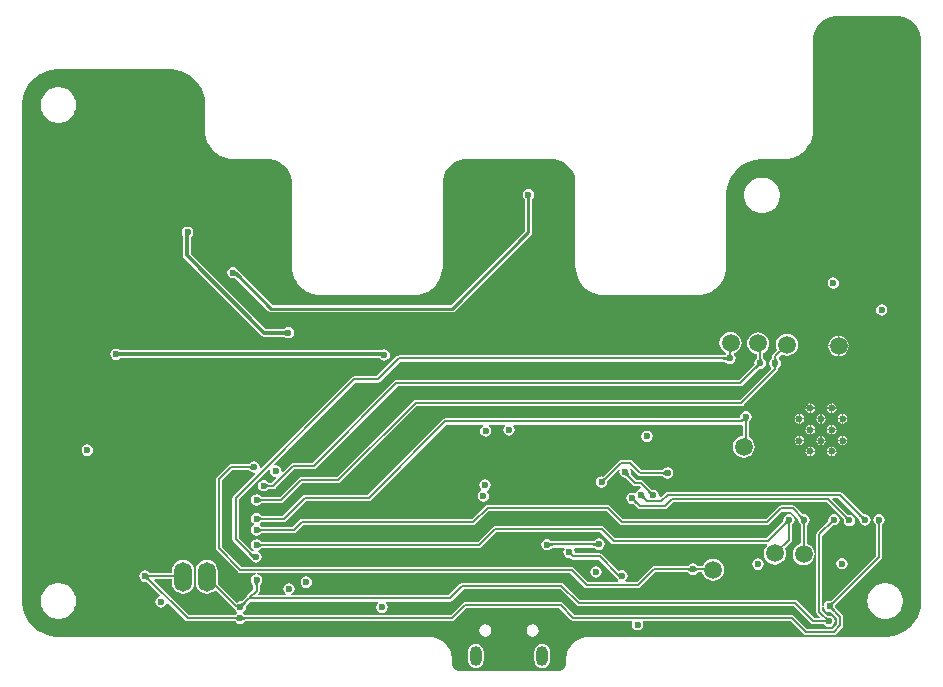
<source format=gbl>
G04*
G04 #@! TF.GenerationSoftware,Altium Limited,Altium Designer,21.9.2 (33)*
G04*
G04 Layer_Physical_Order=4*
G04 Layer_Color=16711680*
%FSLAX25Y25*%
%MOIN*%
G70*
G04*
G04 #@! TF.SameCoordinates,E153DD42-8A7D-485B-B93F-EA924BBF0D18*
G04*
G04*
G04 #@! TF.FilePolarity,Positive*
G04*
G01*
G75*
%ADD16C,0.01000*%
%ADD17C,0.00600*%
%ADD82C,0.01200*%
%ADD83O,0.03937X0.06693*%
%ADD84C,0.02362*%
%ADD85C,0.05906*%
%ADD86O,0.05906X0.09843*%
G36*
X319691Y234432D02*
X321247Y234122D01*
X322713Y233515D01*
X324032Y232633D01*
X325154Y231511D01*
X326036Y230192D01*
X326643Y228726D01*
X326953Y227170D01*
Y226376D01*
X326953Y39368D01*
Y38582D01*
X326747Y37024D01*
X326341Y35505D01*
X325739Y34053D01*
X324953Y32691D01*
X323996Y31444D01*
X322884Y30333D01*
X321637Y29376D01*
X320276Y28590D01*
X318823Y27988D01*
X317305Y27581D01*
X315746Y27376D01*
X216141D01*
X216122Y27372D01*
X216102Y27375D01*
X215427Y27342D01*
X215369Y27327D01*
X215309D01*
X213985Y27064D01*
X213912Y27034D01*
X213834Y27018D01*
X212586Y26501D01*
X212521Y26457D01*
X212448Y26427D01*
X211325Y25677D01*
X211269Y25621D01*
X211203Y25577D01*
X210248Y24622D01*
X210204Y24556D01*
X210148Y24500D01*
X209398Y23377D01*
X209367Y23304D01*
X209323Y23238D01*
X208807Y21991D01*
X208791Y21913D01*
X208761Y21840D01*
X208497Y20515D01*
Y20456D01*
X208483Y20398D01*
X208450Y19723D01*
X208453Y19703D01*
X208449Y19683D01*
Y18305D01*
X208449Y18094D01*
X208366Y17678D01*
X208204Y17287D01*
X207969Y16935D01*
X207669Y16635D01*
X207317Y16400D01*
X206926Y16238D01*
X206511Y16156D01*
X206299D01*
X172834Y16156D01*
X172623Y16156D01*
X172207Y16238D01*
X171816Y16400D01*
X171464Y16635D01*
X171164Y16935D01*
X170929Y17287D01*
X170767Y17678D01*
X170684Y18094D01*
X170684Y19683D01*
X170680Y19703D01*
X170683Y19723D01*
X170650Y20398D01*
X170636Y20456D01*
Y20515D01*
X170372Y21840D01*
X170342Y21913D01*
X170326Y21991D01*
X169810Y23238D01*
X169766Y23304D01*
X169735Y23377D01*
X168985Y24500D01*
X168929Y24556D01*
X168885Y24622D01*
X167930Y25577D01*
X167864Y25621D01*
X167808Y25677D01*
X166685Y26427D01*
X166613Y26457D01*
X166547Y26501D01*
X165299Y27018D01*
X165221Y27034D01*
X165148Y27064D01*
X163824Y27327D01*
X163764D01*
X163706Y27342D01*
X163031Y27375D01*
X163011Y27372D01*
X162992Y27376D01*
X39370Y27376D01*
X38584D01*
X37025Y27581D01*
X35506Y27988D01*
X34054Y28590D01*
X32693Y29376D01*
X31446Y30333D01*
X30334Y31444D01*
X29377Y32691D01*
X28591Y34053D01*
X27989Y35505D01*
X27582Y37024D01*
X27377Y38582D01*
Y39368D01*
Y204723D01*
Y205509D01*
X27582Y207067D01*
X27989Y208586D01*
X28591Y210038D01*
X29377Y211400D01*
X30334Y212647D01*
X31446Y213758D01*
X32693Y214716D01*
X34054Y215502D01*
X35507Y216103D01*
X37025Y216510D01*
X38584Y216715D01*
X39370Y216715D01*
X76279Y216715D01*
X77065Y216715D01*
X78624Y216510D01*
X80142Y216103D01*
X81595Y215501D01*
X82956Y214716D01*
X84203Y213758D01*
X85315Y212647D01*
X86272Y211400D01*
X87058Y210038D01*
X87660Y208586D01*
X88066Y207067D01*
X88272Y205509D01*
X88272Y204723D01*
X88272Y196252D01*
X88275Y196233D01*
X88273Y196213D01*
X88315Y195345D01*
X88330Y195287D01*
Y195227D01*
X88669Y193524D01*
X88699Y193451D01*
X88714Y193374D01*
X89379Y191769D01*
X89423Y191703D01*
X89453Y191630D01*
X90418Y190187D01*
X90474Y190131D01*
X90517Y190065D01*
X91745Y188837D01*
X91811Y188793D01*
X91867Y188737D01*
X93311Y187773D01*
X93384Y187742D01*
X93450Y187698D01*
X95054Y187034D01*
X95132Y187018D01*
X95205Y186988D01*
X96908Y186649D01*
X96967D01*
X97025Y186635D01*
X97893Y186592D01*
X97913Y186595D01*
X97933Y186591D01*
X109153D01*
X109947Y186591D01*
X111503Y186282D01*
X112969Y185674D01*
X114288Y184793D01*
X115410Y183671D01*
X116292Y182351D01*
X116899Y180885D01*
X117209Y179329D01*
Y178536D01*
X117209Y150901D01*
X117212Y150881D01*
X117210Y150862D01*
X117252Y149993D01*
X117267Y149936D01*
Y149876D01*
X117605Y148173D01*
X117636Y148100D01*
X117651Y148022D01*
X118316Y146418D01*
X118360Y146352D01*
X118390Y146279D01*
X119355Y144835D01*
X119411Y144779D01*
X119455Y144714D01*
X120682Y143486D01*
X120748Y143442D01*
X120804Y143386D01*
X122248Y142421D01*
X122321Y142391D01*
X122387Y142347D01*
X123991Y141682D01*
X124069Y141667D01*
X124142Y141637D01*
X125845Y141298D01*
X125904D01*
X125962Y141284D01*
X126830Y141241D01*
X126850Y141244D01*
X126870Y141240D01*
X157775Y141240D01*
X157795Y141244D01*
X157815Y141241D01*
X158683Y141284D01*
X158741Y141298D01*
X158800D01*
X160503Y141637D01*
X160576Y141667D01*
X160654Y141682D01*
X162258Y142347D01*
X162324Y142391D01*
X162397Y142421D01*
X163841Y143386D01*
X163897Y143442D01*
X163962Y143486D01*
X165190Y144714D01*
X165234Y144779D01*
X165290Y144835D01*
X166255Y146279D01*
X166285Y146352D01*
X166329Y146418D01*
X166994Y148022D01*
X167009Y148100D01*
X167039Y148173D01*
X167378Y149876D01*
Y149936D01*
X167393Y149993D01*
X167435Y150862D01*
X167432Y150881D01*
X167436Y150901D01*
X167436Y178536D01*
X167436Y179329D01*
X167746Y180885D01*
X168353Y182351D01*
X169235Y183671D01*
X170357Y184793D01*
X171676Y185674D01*
X173142Y186282D01*
X174698Y186591D01*
X175492D01*
X203641Y186591D01*
X204435Y186591D01*
X205991Y186282D01*
X207457Y185674D01*
X208776Y184793D01*
X209898Y183671D01*
X210780Y182351D01*
X211387Y180885D01*
X211697Y179329D01*
Y178536D01*
X211697Y150901D01*
X211701Y150881D01*
X211698Y150862D01*
X211740Y149993D01*
X211755Y149936D01*
Y149876D01*
X212094Y148173D01*
X212124Y148100D01*
X212139Y148022D01*
X212804Y146418D01*
X212848Y146352D01*
X212878Y146279D01*
X213843Y144835D01*
X213899Y144779D01*
X213943Y144714D01*
X215171Y143486D01*
X215236Y143442D01*
X215292Y143386D01*
X216736Y142421D01*
X216809Y142391D01*
X216875Y142347D01*
X218479Y141682D01*
X218557Y141667D01*
X218630Y141637D01*
X220333Y141298D01*
X220392D01*
X220450Y141284D01*
X221319Y141241D01*
X221338Y141244D01*
X221358Y141240D01*
X252263Y141240D01*
X252283Y141244D01*
X252303Y141241D01*
X253171Y141284D01*
X253229Y141298D01*
X253288D01*
X254991Y141637D01*
X255064Y141667D01*
X255142Y141682D01*
X256746Y142347D01*
X256812Y142391D01*
X256885Y142421D01*
X258329Y143386D01*
X258385Y143442D01*
X258451Y143486D01*
X259679Y144714D01*
X259722Y144779D01*
X259778Y144835D01*
X260743Y146279D01*
X260773Y146352D01*
X260817Y146418D01*
X261482Y148022D01*
X261497Y148100D01*
X261528Y148173D01*
X261866Y149876D01*
Y149936D01*
X261881Y149993D01*
X261924Y150862D01*
X261920Y150881D01*
X261924Y150901D01*
Y174599D01*
Y175385D01*
X262130Y176943D01*
X262537Y178462D01*
X263138Y179914D01*
X263924Y181276D01*
X264881Y182523D01*
X265993Y183634D01*
X267240Y184591D01*
X268601Y185378D01*
X270054Y185979D01*
X271572Y186386D01*
X273131Y186591D01*
X281200Y186591D01*
X281220Y186595D01*
X281240Y186592D01*
X282108Y186635D01*
X282166Y186649D01*
X282225D01*
X283928Y186988D01*
X284001Y187018D01*
X284079Y187034D01*
X285683Y187698D01*
X285749Y187742D01*
X285822Y187773D01*
X287266Y188737D01*
X287322Y188793D01*
X287388Y188837D01*
X288616Y190065D01*
X288660Y190131D01*
X288715Y190187D01*
X289680Y191630D01*
X289710Y191703D01*
X289754Y191769D01*
X290419Y193374D01*
X290434Y193451D01*
X290465Y193524D01*
X290803Y195227D01*
Y195287D01*
X290818Y195345D01*
X290861Y196213D01*
X290858Y196233D01*
X290861Y196252D01*
Y226376D01*
X290861Y227170D01*
X291171Y228726D01*
X291778Y230192D01*
X292660Y231511D01*
X293782Y232633D01*
X295101Y233515D01*
X296567Y234122D01*
X298124Y234432D01*
X298917D01*
X318897Y234432D01*
X319691Y234432D01*
D02*
G37*
%LPC*%
G36*
X39874Y210644D02*
X38866D01*
X38788Y210628D01*
X38709D01*
X37720Y210432D01*
X37647Y210401D01*
X37570Y210386D01*
X36638Y210000D01*
X36572Y209956D01*
X36499Y209926D01*
X35661Y209366D01*
X35605Y209310D01*
X35539Y209266D01*
X34826Y208553D01*
X34783Y208487D01*
X34727Y208431D01*
X34166Y207593D01*
X34136Y207520D01*
X34092Y207454D01*
X33707Y206523D01*
X33691Y206445D01*
X33661Y206372D01*
X33464Y205383D01*
Y205304D01*
X33449Y205227D01*
Y204219D01*
X33464Y204141D01*
Y204062D01*
X33661Y203073D01*
X33691Y203000D01*
X33707Y202923D01*
X34092Y201991D01*
X34136Y201925D01*
X34166Y201852D01*
X34727Y201014D01*
X34783Y200958D01*
X34826Y200892D01*
X35539Y200180D01*
X35605Y200136D01*
X35661Y200080D01*
X36499Y199520D01*
X36572Y199489D01*
X36638Y199445D01*
X37570Y199060D01*
X37647Y199044D01*
X37720Y199014D01*
X38709Y198817D01*
X38788D01*
X38866Y198802D01*
X39874D01*
X39951Y198817D01*
X40030D01*
X41019Y199014D01*
X41092Y199044D01*
X41170Y199060D01*
X42101Y199445D01*
X42167Y199489D01*
X42240Y199520D01*
X43078Y200080D01*
X43134Y200136D01*
X43200Y200180D01*
X43913Y200892D01*
X43957Y200958D01*
X44013Y201014D01*
X44573Y201852D01*
X44603Y201925D01*
X44647Y201991D01*
X45033Y202923D01*
X45048Y203000D01*
X45079Y203073D01*
X45275Y204062D01*
Y204141D01*
X45291Y204219D01*
Y205227D01*
X45275Y205304D01*
Y205383D01*
X45079Y206372D01*
X45048Y206445D01*
X45033Y206523D01*
X44647Y207454D01*
X44603Y207520D01*
X44573Y207593D01*
X44013Y208431D01*
X43957Y208487D01*
X43913Y208553D01*
X43200Y209266D01*
X43134Y209310D01*
X43078Y209366D01*
X42240Y209926D01*
X42167Y209956D01*
X42101Y210000D01*
X41170Y210386D01*
X41092Y210401D01*
X41019Y210432D01*
X40030Y210628D01*
X39951D01*
X39874Y210644D01*
D02*
G37*
G36*
X274421Y180520D02*
X273413D01*
X273335Y180504D01*
X273256D01*
X272267Y180307D01*
X272194Y180277D01*
X272117Y180262D01*
X271185Y179876D01*
X271120Y179832D01*
X271046Y179802D01*
X270208Y179242D01*
X270152Y179186D01*
X270087Y179142D01*
X269374Y178429D01*
X269330Y178363D01*
X269274Y178307D01*
X268714Y177469D01*
X268684Y177396D01*
X268640Y177330D01*
X268254Y176399D01*
X268238Y176321D01*
X268208Y176248D01*
X268011Y175259D01*
Y175180D01*
X267996Y175103D01*
Y174095D01*
X268011Y174017D01*
Y173938D01*
X268208Y172949D01*
X268238Y172876D01*
X268254Y172799D01*
X268640Y171867D01*
X268684Y171801D01*
X268714Y171728D01*
X269274Y170890D01*
X269330Y170834D01*
X269374Y170768D01*
X270087Y170055D01*
X270152Y170012D01*
X270208Y169956D01*
X271046Y169396D01*
X271120Y169365D01*
X271185Y169321D01*
X272117Y168936D01*
X272194Y168920D01*
X272267Y168890D01*
X273256Y168693D01*
X273335D01*
X273413Y168678D01*
X274421D01*
X274499Y168693D01*
X274578D01*
X275566Y168890D01*
X275640Y168920D01*
X275717Y168936D01*
X276648Y169321D01*
X276714Y169365D01*
X276787Y169396D01*
X277626Y169956D01*
X277681Y170012D01*
X277747Y170055D01*
X278460Y170768D01*
X278504Y170834D01*
X278560Y170890D01*
X279120Y171728D01*
X279150Y171801D01*
X279194Y171867D01*
X279580Y172799D01*
X279595Y172876D01*
X279626Y172949D01*
X279822Y173938D01*
Y174017D01*
X279838Y174095D01*
Y175103D01*
X279822Y175180D01*
Y175259D01*
X279626Y176248D01*
X279595Y176321D01*
X279580Y176399D01*
X279194Y177330D01*
X279150Y177396D01*
X279120Y177469D01*
X278560Y178307D01*
X278504Y178363D01*
X278460Y178429D01*
X277747Y179142D01*
X277681Y179186D01*
X277626Y179242D01*
X276787Y179802D01*
X276714Y179832D01*
X276648Y179876D01*
X275717Y180262D01*
X275640Y180277D01*
X275566Y180307D01*
X274578Y180504D01*
X274499D01*
X274421Y180520D01*
D02*
G37*
G36*
X297695Y147311D02*
X296961Y147165D01*
X296339Y146749D01*
X295923Y146127D01*
X295777Y145393D01*
X295923Y144659D01*
X296339Y144037D01*
X296961Y143621D01*
X297695Y143475D01*
X298429Y143621D01*
X299051Y144037D01*
X299467Y144659D01*
X299613Y145393D01*
X299467Y146127D01*
X299051Y146749D01*
X298429Y147165D01*
X297695Y147311D01*
D02*
G37*
G36*
X196000Y176718D02*
X195266Y176572D01*
X194644Y176156D01*
X194228Y175534D01*
X194082Y174800D01*
X194228Y174066D01*
X194644Y173444D01*
X194776Y173355D01*
Y162707D01*
X170093Y138023D01*
X110707D01*
X99416Y149315D01*
X99372Y149534D01*
X98956Y150156D01*
X98334Y150572D01*
X97600Y150718D01*
X96866Y150572D01*
X96244Y150156D01*
X95828Y149534D01*
X95682Y148800D01*
X95828Y148066D01*
X96244Y147444D01*
X96866Y147028D01*
X97600Y146882D01*
X98257Y147013D01*
X109335Y135935D01*
X109732Y135670D01*
X110200Y135576D01*
X170600D01*
X171068Y135670D01*
X171465Y135935D01*
X196865Y161335D01*
X197130Y161732D01*
X197223Y162200D01*
Y173355D01*
X197356Y173444D01*
X197772Y174066D01*
X197918Y174800D01*
X197772Y175534D01*
X197356Y176156D01*
X196734Y176572D01*
X196000Y176718D01*
D02*
G37*
G36*
X313800Y138267D02*
X313066Y138121D01*
X312444Y137705D01*
X312028Y137083D01*
X311882Y136349D01*
X312028Y135615D01*
X312444Y134993D01*
X313066Y134577D01*
X313800Y134431D01*
X314534Y134577D01*
X315156Y134993D01*
X315572Y135615D01*
X315718Y136349D01*
X315572Y137083D01*
X315156Y137705D01*
X314534Y138121D01*
X313800Y138267D01*
D02*
G37*
G36*
X82400Y164118D02*
X81666Y163972D01*
X81044Y163556D01*
X80628Y162934D01*
X80482Y162200D01*
X80628Y161466D01*
X80875Y161097D01*
Y154600D01*
X80975Y154093D01*
X81263Y153663D01*
X107063Y127863D01*
X107493Y127575D01*
X108000Y127474D01*
X114623D01*
X114644Y127444D01*
X115266Y127028D01*
X116000Y126882D01*
X116734Y127028D01*
X117356Y127444D01*
X117772Y128066D01*
X117918Y128800D01*
X117772Y129534D01*
X117356Y130156D01*
X116734Y130572D01*
X116000Y130718D01*
X115266Y130572D01*
X114644Y130156D01*
X114623Y130125D01*
X108549D01*
X83526Y155149D01*
Y160690D01*
X83756Y160844D01*
X84172Y161466D01*
X84318Y162200D01*
X84172Y162934D01*
X83756Y163556D01*
X83134Y163972D01*
X82400Y164118D01*
D02*
G37*
G36*
X299600Y127755D02*
Y124600D01*
X302755D01*
X302666Y125275D01*
X302329Y126091D01*
X301791Y126791D01*
X301091Y127329D01*
X300275Y127666D01*
X299600Y127755D01*
D02*
G37*
G36*
X299200D02*
X298525Y127666D01*
X297709Y127329D01*
X297009Y126791D01*
X296471Y126091D01*
X296134Y125275D01*
X296045Y124600D01*
X299200D01*
Y127755D01*
D02*
G37*
G36*
X282200Y128484D02*
X281246Y128359D01*
X280358Y127991D01*
X279595Y127405D01*
X279009Y126642D01*
X278641Y125754D01*
X278516Y124800D01*
X278641Y123846D01*
X278982Y123024D01*
X277569Y121611D01*
X277348Y121280D01*
X277270Y120890D01*
Y120170D01*
X276934Y119945D01*
X276518Y119323D01*
X276372Y118589D01*
X276518Y117855D01*
X276934Y117233D01*
X276975Y116816D01*
X266578Y106420D01*
X158400D01*
X158010Y106342D01*
X157679Y106121D01*
X132178Y80620D01*
X120200D01*
X119810Y80542D01*
X119479Y80321D01*
X113197Y74038D01*
X106976D01*
X106752Y74375D01*
X106129Y74791D01*
X105395Y74937D01*
X104662Y74791D01*
X104039Y74375D01*
X103623Y73753D01*
X103478Y73019D01*
X103623Y72285D01*
X104039Y71663D01*
X104662Y71247D01*
X105395Y71101D01*
X106129Y71247D01*
X106752Y71663D01*
X106976Y71999D01*
X113619D01*
X114009Y72077D01*
X114340Y72298D01*
X120622Y78580D01*
X132600D01*
X132990Y78658D01*
X133321Y78879D01*
X158822Y104380D01*
X267000D01*
X267390Y104458D01*
X267721Y104679D01*
X279011Y115969D01*
X279232Y116300D01*
X279309Y116690D01*
Y117008D01*
X279646Y117233D01*
X280062Y117855D01*
X280208Y118589D01*
X280062Y119323D01*
X279646Y119945D01*
X279496Y120045D01*
X279454Y120612D01*
X280424Y121582D01*
X281246Y121241D01*
X282200Y121116D01*
X283154Y121241D01*
X284042Y121609D01*
X284805Y122195D01*
X285391Y122958D01*
X285759Y123846D01*
X285884Y124800D01*
X285759Y125754D01*
X285391Y126642D01*
X284805Y127405D01*
X284042Y127991D01*
X283154Y128359D01*
X282200Y128484D01*
D02*
G37*
G36*
X302755Y124200D02*
X299600D01*
Y121045D01*
X300275Y121133D01*
X301091Y121471D01*
X301791Y122009D01*
X302329Y122709D01*
X302666Y123525D01*
X302755Y124200D01*
D02*
G37*
G36*
X299200D02*
X296045D01*
X296134Y123525D01*
X296471Y122709D01*
X297009Y122009D01*
X297709Y121471D01*
X298525Y121133D01*
X299200Y121045D01*
Y124200D01*
D02*
G37*
G36*
X58526Y123518D02*
X57792Y123372D01*
X57170Y122956D01*
X56754Y122334D01*
X56608Y121600D01*
X56754Y120866D01*
X57170Y120244D01*
X57792Y119828D01*
X58526Y119682D01*
X59260Y119828D01*
X59882Y120244D01*
X59903Y120274D01*
X146395Y120274D01*
X146597Y119973D01*
X147219Y119557D01*
X147953Y119411D01*
X148687Y119557D01*
X149309Y119973D01*
X149725Y120595D01*
X149871Y121329D01*
X149725Y122063D01*
X149309Y122685D01*
X148687Y123101D01*
X147953Y123247D01*
X147219Y123101D01*
X146957Y122925D01*
X59903Y122925D01*
X59882Y122956D01*
X59260Y123372D01*
X58526Y123518D01*
D02*
G37*
G36*
X263400Y129084D02*
X262446Y128959D01*
X261558Y128591D01*
X260795Y128005D01*
X260209Y127242D01*
X259841Y126354D01*
X259716Y125400D01*
X259841Y124446D01*
X260209Y123558D01*
X260795Y122795D01*
X261558Y122209D01*
X261782Y122116D01*
X261836Y121630D01*
X261502Y121220D01*
X152800D01*
X152410Y121142D01*
X152079Y120921D01*
X145378Y114220D01*
X138000D01*
X137610Y114142D01*
X137279Y113921D01*
X106946Y83588D01*
X106485Y83834D01*
X106518Y84000D01*
X106372Y84734D01*
X105956Y85356D01*
X105334Y85772D01*
X104600Y85918D01*
X103866Y85772D01*
X103244Y85356D01*
X103019Y85020D01*
X96800D01*
X96410Y84942D01*
X96079Y84721D01*
X92079Y80721D01*
X91858Y80390D01*
X91780Y80000D01*
Y57000D01*
X91858Y56610D01*
X92079Y56279D01*
X99279Y49079D01*
X99610Y48858D01*
X100000Y48780D01*
X105162D01*
X105211Y48280D01*
X105112Y48261D01*
X104666Y48172D01*
X104044Y47756D01*
X103628Y47134D01*
X103482Y46400D01*
X103628Y45666D01*
X104044Y45044D01*
X104380Y44819D01*
Y43222D01*
X102079Y40921D01*
X100397Y39239D01*
X100000Y39318D01*
X99266Y39172D01*
X98789Y38853D01*
X92505Y45137D01*
X92450Y45174D01*
X92484Y45432D01*
Y49369D01*
X92359Y50322D01*
X91991Y51211D01*
X91405Y51974D01*
X90642Y52559D01*
X89754Y52927D01*
X88800Y53053D01*
X87846Y52927D01*
X86958Y52559D01*
X86195Y51974D01*
X85609Y51211D01*
X85241Y50322D01*
X85116Y49369D01*
Y45432D01*
X85241Y44478D01*
X85609Y43589D01*
X86195Y42826D01*
X86958Y42241D01*
X87846Y41873D01*
X88800Y41747D01*
X89754Y41873D01*
X90642Y42241D01*
X91405Y42826D01*
X91899Y42859D01*
X97808Y36951D01*
X98138Y36730D01*
X98219Y36714D01*
X98228Y36666D01*
X98644Y36044D01*
X99018Y35794D01*
Y35206D01*
X98644Y34956D01*
X98419Y34620D01*
X82822D01*
X71307Y46135D01*
X71498Y46597D01*
X77242D01*
Y45432D01*
X77367Y44478D01*
X77735Y43589D01*
X78321Y42826D01*
X79084Y42241D01*
X79972Y41873D01*
X80926Y41747D01*
X81880Y41873D01*
X82768Y42241D01*
X83531Y42826D01*
X84117Y43589D01*
X84485Y44478D01*
X84610Y45432D01*
Y49369D01*
X84485Y50322D01*
X84117Y51211D01*
X83531Y51974D01*
X82768Y52559D01*
X81880Y52927D01*
X80926Y53053D01*
X79972Y52927D01*
X79084Y52559D01*
X78321Y51974D01*
X77735Y51211D01*
X77367Y50322D01*
X77242Y49369D01*
Y48636D01*
X69788D01*
X69563Y48973D01*
X68941Y49389D01*
X68207Y49534D01*
X67473Y49389D01*
X66851Y48973D01*
X66435Y48351D01*
X66289Y47617D01*
X66435Y46883D01*
X66851Y46260D01*
X67473Y45845D01*
X68207Y45699D01*
X68751Y45807D01*
X73208Y41350D01*
X73044Y40807D01*
X72866Y40772D01*
X72244Y40356D01*
X71828Y39734D01*
X71682Y39000D01*
X71828Y38266D01*
X72244Y37644D01*
X72866Y37228D01*
X73600Y37082D01*
X74334Y37228D01*
X74956Y37644D01*
X75372Y38266D01*
X75407Y38444D01*
X75950Y38608D01*
X81679Y32879D01*
X82010Y32658D01*
X82400Y32580D01*
X98419D01*
X98644Y32244D01*
X99266Y31828D01*
X100000Y31682D01*
X100734Y31828D01*
X101356Y32244D01*
X101581Y32580D01*
X126102D01*
X126493Y32658D01*
X126711Y32804D01*
X127582D01*
X127801Y32658D01*
X128191Y32580D01*
X170600D01*
X170990Y32658D01*
X171321Y32879D01*
X175422Y36980D01*
X206378D01*
X210269Y33089D01*
X210600Y32868D01*
X210990Y32790D01*
X230485D01*
X230720Y32350D01*
X230628Y32211D01*
X230482Y31477D01*
X230628Y30743D01*
X231044Y30121D01*
X231666Y29705D01*
X232400Y29559D01*
X233134Y29705D01*
X233756Y30121D01*
X234172Y30743D01*
X234318Y31477D01*
X234172Y32211D01*
X234080Y32350D01*
X234315Y32790D01*
X279766D01*
X279816Y32780D01*
X283378D01*
X287879Y28279D01*
X288210Y28058D01*
X288600Y27980D01*
X297800D01*
X298190Y28058D01*
X298521Y28279D01*
X300721Y30479D01*
X300942Y30810D01*
X301020Y31200D01*
Y34000D01*
X300942Y34390D01*
X300721Y34721D01*
X298239Y37203D01*
X298318Y37600D01*
X298239Y37997D01*
X313573Y53331D01*
X313794Y53662D01*
X313872Y54052D01*
Y64869D01*
X314208Y65094D01*
X314624Y65717D01*
X314770Y66451D01*
X314624Y67185D01*
X314208Y67807D01*
X313586Y68222D01*
X312852Y68369D01*
X312118Y68222D01*
X311496Y67807D01*
X311080Y67185D01*
X310934Y66451D01*
X311080Y65717D01*
X311496Y65094D01*
X311832Y64869D01*
Y54474D01*
X296797Y39439D01*
X296400Y39518D01*
X295666Y39372D01*
X295044Y38956D01*
X294628Y38334D01*
X294539Y37888D01*
X294520Y37789D01*
X294024Y37838D01*
X294020Y37864D01*
Y61176D01*
X297455Y64612D01*
X297852Y64533D01*
X298586Y64679D01*
X299208Y65094D01*
X299624Y65717D01*
X299770Y66451D01*
X299624Y67185D01*
X299208Y67807D01*
X298586Y68222D01*
X297852Y68369D01*
X297118Y68222D01*
X296496Y67807D01*
X296080Y67185D01*
X295934Y66451D01*
X296013Y66053D01*
X292279Y62319D01*
X292058Y61989D01*
X291980Y61599D01*
Y35800D01*
X292058Y35410D01*
X292279Y35079D01*
X293277Y34082D01*
X293085Y33620D01*
X291422D01*
X285721Y39321D01*
X285390Y39542D01*
X285000Y39620D01*
X213222D01*
X207721Y45121D01*
X207390Y45342D01*
X207000Y45420D01*
X174000D01*
X173610Y45342D01*
X173279Y45121D01*
X169378Y41220D01*
X117125D01*
X117021Y41720D01*
X117537Y42064D01*
X117952Y42687D01*
X118098Y43421D01*
X117952Y44155D01*
X117537Y44777D01*
X116914Y45193D01*
X116181Y45338D01*
X115446Y45193D01*
X114824Y44777D01*
X114409Y44155D01*
X114262Y43421D01*
X114409Y42687D01*
X114824Y42064D01*
X115340Y41720D01*
X115236Y41220D01*
X105915D01*
X105724Y41682D01*
X106121Y42079D01*
X106342Y42410D01*
X106420Y42800D01*
Y44819D01*
X106756Y45044D01*
X107172Y45666D01*
X107318Y46400D01*
X107172Y47134D01*
X106756Y47756D01*
X106134Y48172D01*
X105688Y48261D01*
X105589Y48280D01*
X105638Y48780D01*
X209978D01*
X214679Y44079D01*
X215010Y43858D01*
X215400Y43780D01*
X232653D01*
X233044Y43858D01*
X233374Y44079D01*
X238222Y48927D01*
X249298D01*
X249523Y48590D01*
X250146Y48175D01*
X250880Y48029D01*
X251613Y48175D01*
X252236Y48590D01*
X252461Y48927D01*
X254031D01*
X254041Y48846D01*
X254409Y47958D01*
X254995Y47195D01*
X255758Y46609D01*
X256646Y46241D01*
X257600Y46116D01*
X258554Y46241D01*
X259442Y46609D01*
X260205Y47195D01*
X260791Y47958D01*
X261159Y48846D01*
X261284Y49800D01*
X261159Y50754D01*
X260791Y51642D01*
X260205Y52405D01*
X259442Y52991D01*
X258554Y53359D01*
X257600Y53484D01*
X256646Y53359D01*
X255758Y52991D01*
X254995Y52405D01*
X254409Y51642D01*
X254129Y50966D01*
X252461D01*
X252236Y51303D01*
X251613Y51719D01*
X250880Y51865D01*
X250146Y51719D01*
X249523Y51303D01*
X249298Y50966D01*
X237800D01*
X237410Y50889D01*
X237079Y50668D01*
X232231Y45820D01*
X228472D01*
X228320Y46320D01*
X228537Y46464D01*
X228952Y47087D01*
X229098Y47821D01*
X228952Y48555D01*
X228537Y49177D01*
X227914Y49593D01*
X227181Y49738D01*
X226447Y49593D01*
X226089Y49353D01*
X220521Y54921D01*
X220190Y55142D01*
X219800Y55220D01*
X211830D01*
X211518Y55600D01*
X211372Y56334D01*
X211140Y56680D01*
X211408Y57180D01*
X217986D01*
X218144Y56944D01*
X218766Y56528D01*
X219500Y56382D01*
X220234Y56528D01*
X220856Y56944D01*
X221272Y57566D01*
X221418Y58300D01*
X221272Y59034D01*
X220856Y59656D01*
X220234Y60072D01*
X219500Y60218D01*
X218766Y60072D01*
X218144Y59656D01*
X217852Y59220D01*
X203722D01*
X203521Y59521D01*
X202899Y59936D01*
X202165Y60083D01*
X201431Y59936D01*
X200808Y59521D01*
X200393Y58899D01*
X200247Y58165D01*
X200393Y57431D01*
X200808Y56808D01*
X201431Y56393D01*
X202165Y56247D01*
X202899Y56393D01*
X203521Y56808D01*
X203769Y57180D01*
X207792D01*
X208060Y56680D01*
X207828Y56334D01*
X207682Y55600D01*
X207828Y54866D01*
X208244Y54244D01*
X208866Y53828D01*
X209600Y53682D01*
X209997Y53761D01*
X210279Y53479D01*
X210610Y53258D01*
X211000Y53180D01*
X219378D01*
X225121Y47437D01*
X225372Y47269D01*
X225409Y47087D01*
X225824Y46464D01*
X226041Y46320D01*
X225889Y45820D01*
X215822D01*
X211121Y50521D01*
X210790Y50742D01*
X210400Y50820D01*
X100422D01*
X93820Y57422D01*
Y79578D01*
X97222Y82980D01*
X103019D01*
X103244Y82644D01*
X103866Y82228D01*
X104600Y82082D01*
X104766Y82115D01*
X105012Y81654D01*
X97679Y74321D01*
X97458Y73990D01*
X97380Y73600D01*
Y60014D01*
X97458Y59624D01*
X97679Y59293D01*
X103359Y53614D01*
X103428Y53266D01*
X103844Y52644D01*
X104466Y52228D01*
X105200Y52082D01*
X105934Y52228D01*
X106556Y52644D01*
X106972Y53266D01*
X107118Y54000D01*
X106972Y54734D01*
X106556Y55356D01*
X106019Y55715D01*
X106021Y56064D01*
X106072Y56235D01*
X106129Y56247D01*
X106752Y56663D01*
X106976Y56999D01*
X179619D01*
X180009Y57077D01*
X180340Y57298D01*
X185422Y62380D01*
X219978D01*
X223679Y58679D01*
X224010Y58458D01*
X224400Y58380D01*
X275523D01*
X275693Y57880D01*
X275595Y57805D01*
X275009Y57042D01*
X274641Y56154D01*
X274516Y55200D01*
X274641Y54246D01*
X275009Y53358D01*
X275595Y52595D01*
X276358Y52009D01*
X277246Y51641D01*
X278200Y51516D01*
X279154Y51641D01*
X280042Y52009D01*
X280805Y52595D01*
X281391Y53358D01*
X281759Y54246D01*
X281884Y55200D01*
X281759Y56154D01*
X281418Y56976D01*
X283573Y59131D01*
X283794Y59462D01*
X283872Y59852D01*
Y64869D01*
X284208Y65094D01*
X284624Y65717D01*
X284770Y66451D01*
X284624Y67185D01*
X284208Y67807D01*
X283586Y68222D01*
X282852Y68369D01*
X282118Y68222D01*
X281496Y67807D01*
X281080Y67185D01*
X280934Y66451D01*
X281013Y66053D01*
X275379Y60420D01*
X224822D01*
X221121Y64121D01*
X220790Y64342D01*
X220400Y64420D01*
X185000D01*
X184610Y64342D01*
X184279Y64121D01*
X179197Y59039D01*
X106976D01*
X106752Y59375D01*
X106129Y59791D01*
X105395Y59937D01*
X104662Y59791D01*
X104039Y59375D01*
X103623Y58753D01*
X103478Y58019D01*
X103623Y57285D01*
X104039Y56663D01*
X104404Y56419D01*
X104412Y56385D01*
X104332Y55881D01*
X104058Y55799D01*
X99420Y60437D01*
Y73178D01*
X109475Y83232D01*
X109935Y82986D01*
X109862Y82621D01*
X110009Y81887D01*
X110424Y81264D01*
X111047Y80849D01*
X111758Y80707D01*
X111822Y80612D01*
X111993Y80235D01*
X110578Y78820D01*
X109381D01*
X109156Y79156D01*
X108534Y79572D01*
X107800Y79718D01*
X107066Y79572D01*
X106444Y79156D01*
X106028Y78534D01*
X105882Y77800D01*
X106028Y77066D01*
X106444Y76444D01*
X107066Y76028D01*
X107800Y75882D01*
X108534Y76028D01*
X109156Y76444D01*
X109381Y76780D01*
X111000D01*
X111390Y76858D01*
X111721Y77079D01*
X118022Y83380D01*
X124400D01*
X124790Y83458D01*
X125121Y83679D01*
X152422Y110980D01*
X266701D01*
X267091Y111058D01*
X267422Y111279D01*
X272893Y116750D01*
X273290Y116671D01*
X274024Y116817D01*
X274646Y117233D01*
X275062Y117855D01*
X275208Y118589D01*
X275062Y119323D01*
X274646Y119945D01*
X274309Y120170D01*
Y121954D01*
X274442Y122009D01*
X275205Y122595D01*
X275791Y123358D01*
X276159Y124246D01*
X276284Y125200D01*
X276159Y126154D01*
X275791Y127042D01*
X275205Y127805D01*
X274442Y128391D01*
X273554Y128759D01*
X272600Y128884D01*
X271646Y128759D01*
X270758Y128391D01*
X269995Y127805D01*
X269409Y127042D01*
X269041Y126154D01*
X268916Y125200D01*
X269041Y124246D01*
X269409Y123358D01*
X269995Y122595D01*
X270758Y122009D01*
X271646Y121641D01*
X272270Y121559D01*
Y120170D01*
X271934Y119945D01*
X271518Y119323D01*
X271372Y118589D01*
X271451Y118192D01*
X266279Y113020D01*
X152000D01*
X151610Y112942D01*
X151279Y112721D01*
X123978Y85420D01*
X117600D01*
X117210Y85342D01*
X116879Y85121D01*
X114166Y82408D01*
X113789Y82579D01*
X113694Y82643D01*
X113552Y83355D01*
X113137Y83977D01*
X112514Y84392D01*
X111781Y84539D01*
X111415Y84466D01*
X111169Y84927D01*
X138422Y112180D01*
X145800D01*
X146190Y112258D01*
X146521Y112479D01*
X153222Y119180D01*
X261619D01*
X261844Y118844D01*
X262466Y118428D01*
X263200Y118282D01*
X263934Y118428D01*
X264556Y118844D01*
X264972Y119466D01*
X265118Y120200D01*
X264972Y120934D01*
X264646Y121421D01*
X264714Y121892D01*
X264771Y122014D01*
X265242Y122209D01*
X266005Y122795D01*
X266591Y123558D01*
X266959Y124446D01*
X267084Y125400D01*
X266959Y126354D01*
X266591Y127242D01*
X266005Y128005D01*
X265242Y128591D01*
X264354Y128959D01*
X263400Y129084D01*
D02*
G37*
G36*
X297356Y105253D02*
Y103881D01*
X298728D01*
X298645Y104298D01*
X298295Y104821D01*
X297772Y105171D01*
X297356Y105253D01*
D02*
G37*
G36*
X296955D02*
X296539Y105171D01*
X296016Y104821D01*
X295666Y104298D01*
X295583Y103881D01*
X296955D01*
Y105253D01*
D02*
G37*
G36*
X290131D02*
Y103881D01*
X291503D01*
X291421Y104298D01*
X291071Y104821D01*
X290548Y105171D01*
X290131Y105253D01*
D02*
G37*
G36*
X289731D02*
X289314Y105171D01*
X288791Y104821D01*
X288442Y104298D01*
X288359Y103881D01*
X289731D01*
Y105253D01*
D02*
G37*
G36*
X298728Y103481D02*
X297356D01*
Y102109D01*
X297772Y102192D01*
X298295Y102541D01*
X298645Y103064D01*
X298728Y103481D01*
D02*
G37*
G36*
X291503Y103481D02*
X290131D01*
Y102109D01*
X290548Y102192D01*
X291071Y102541D01*
X291421Y103064D01*
X291503Y103481D01*
D02*
G37*
G36*
X289731D02*
X288359D01*
X288442Y103064D01*
X288791Y102541D01*
X289314Y102192D01*
X289731Y102109D01*
Y103481D01*
D02*
G37*
G36*
X296955Y103481D02*
X295583D01*
X295666Y103064D01*
X296016Y102541D01*
X296539Y102192D01*
X296955Y102109D01*
Y103481D01*
D02*
G37*
G36*
X300968Y101641D02*
Y100269D01*
X302340D01*
X302257Y100686D01*
X301908Y101209D01*
X301385Y101558D01*
X300968Y101641D01*
D02*
G37*
G36*
X300568D02*
X300151Y101558D01*
X299628Y101209D01*
X299278Y100686D01*
X299195Y100269D01*
X300568D01*
Y101641D01*
D02*
G37*
G36*
X293743D02*
Y100269D01*
X295116D01*
X295033Y100686D01*
X294683Y101209D01*
X294160Y101558D01*
X293743Y101641D01*
D02*
G37*
G36*
X293343D02*
X292926Y101558D01*
X292403Y101209D01*
X292054Y100686D01*
X291971Y100269D01*
X293343D01*
Y101641D01*
D02*
G37*
G36*
X286519D02*
Y100269D01*
X287891D01*
X287808Y100686D01*
X287459Y101209D01*
X286936Y101558D01*
X286519Y101641D01*
D02*
G37*
G36*
X286119D02*
X285702Y101558D01*
X285179Y101209D01*
X284829Y100686D01*
X284747Y100269D01*
X286119D01*
Y101641D01*
D02*
G37*
G36*
X302340Y99869D02*
X300968D01*
Y98497D01*
X301385Y98580D01*
X301908Y98929D01*
X302257Y99452D01*
X302340Y99869D01*
D02*
G37*
G36*
X286119Y99869D02*
X284747D01*
X284829Y99452D01*
X285179Y98929D01*
X285702Y98580D01*
X286119Y98497D01*
Y99869D01*
D02*
G37*
G36*
X295116Y99869D02*
X293743D01*
Y98497D01*
X294160Y98580D01*
X294683Y98929D01*
X295033Y99452D01*
X295116Y99869D01*
D02*
G37*
G36*
X293343D02*
X291971D01*
X292054Y99452D01*
X292403Y98929D01*
X292926Y98580D01*
X293343Y98497D01*
Y99869D01*
D02*
G37*
G36*
X287891Y99869D02*
X286519D01*
Y98497D01*
X286936Y98580D01*
X287459Y98929D01*
X287808Y99452D01*
X287891Y99869D01*
D02*
G37*
G36*
X300568Y99869D02*
X299195D01*
X299278Y99452D01*
X299628Y98929D01*
X300151Y98580D01*
X300568Y98497D01*
Y99869D01*
D02*
G37*
G36*
X297356Y98029D02*
Y96657D01*
X298728D01*
X298645Y97074D01*
X298295Y97597D01*
X297772Y97946D01*
X297356Y98029D01*
D02*
G37*
G36*
X296955D02*
X296539Y97946D01*
X296016Y97597D01*
X295666Y97074D01*
X295583Y96657D01*
X296955D01*
Y98029D01*
D02*
G37*
G36*
X290131D02*
Y96657D01*
X291503D01*
X291421Y97074D01*
X291071Y97597D01*
X290548Y97946D01*
X290131Y98029D01*
D02*
G37*
G36*
X289731D02*
X289314Y97946D01*
X288791Y97597D01*
X288442Y97074D01*
X288359Y96657D01*
X289731D01*
Y98029D01*
D02*
G37*
G36*
X298728Y96257D02*
X297356D01*
Y94884D01*
X297772Y94967D01*
X298295Y95317D01*
X298645Y95840D01*
X298728Y96257D01*
D02*
G37*
G36*
X291503Y96257D02*
X290131D01*
Y94884D01*
X290548Y94967D01*
X291071Y95317D01*
X291421Y95840D01*
X291503Y96257D01*
D02*
G37*
G36*
X289731D02*
X288359D01*
X288442Y95840D01*
X288791Y95317D01*
X289314Y94967D01*
X289731Y94884D01*
Y96257D01*
D02*
G37*
G36*
X296955Y96257D02*
X295583D01*
X295666Y95840D01*
X296016Y95317D01*
X296539Y94967D01*
X296955Y94884D01*
Y96257D01*
D02*
G37*
G36*
X300968Y94417D02*
Y93045D01*
X302340D01*
X302257Y93461D01*
X301908Y93984D01*
X301385Y94334D01*
X300968Y94417D01*
D02*
G37*
G36*
X300568D02*
X300151Y94334D01*
X299628Y93984D01*
X299278Y93461D01*
X299195Y93045D01*
X300568D01*
Y94417D01*
D02*
G37*
G36*
X293743D02*
Y93045D01*
X295116D01*
X295033Y93461D01*
X294683Y93984D01*
X294160Y94334D01*
X293743Y94417D01*
D02*
G37*
G36*
X293343D02*
X292926Y94334D01*
X292403Y93984D01*
X292054Y93461D01*
X291971Y93045D01*
X293343D01*
Y94417D01*
D02*
G37*
G36*
X286519D02*
Y93045D01*
X287891D01*
X287808Y93461D01*
X287459Y93984D01*
X286936Y94334D01*
X286519Y94417D01*
D02*
G37*
G36*
X286119D02*
X285702Y94334D01*
X285179Y93984D01*
X284829Y93461D01*
X284747Y93045D01*
X286119D01*
Y94417D01*
D02*
G37*
G36*
X235580Y96139D02*
X234846Y95992D01*
X234224Y95577D01*
X233808Y94955D01*
X233663Y94221D01*
X233808Y93487D01*
X234224Y92864D01*
X234846Y92449D01*
X235580Y92303D01*
X236314Y92449D01*
X236937Y92864D01*
X237352Y93487D01*
X237498Y94221D01*
X237352Y94955D01*
X236937Y95577D01*
X236314Y95992D01*
X235580Y96139D01*
D02*
G37*
G36*
X302340Y92645D02*
X300968D01*
Y91272D01*
X301385Y91355D01*
X301908Y91705D01*
X302257Y92228D01*
X302340Y92645D01*
D02*
G37*
G36*
X286119Y92645D02*
X284747D01*
X284829Y92228D01*
X285179Y91705D01*
X285702Y91355D01*
X286119Y91272D01*
Y92645D01*
D02*
G37*
G36*
X295116Y92645D02*
X293743D01*
Y91272D01*
X294160Y91355D01*
X294683Y91705D01*
X295033Y92228D01*
X295116Y92645D01*
D02*
G37*
G36*
X293343D02*
X291971D01*
X292054Y92228D01*
X292403Y91705D01*
X292926Y91355D01*
X293343Y91272D01*
Y92645D01*
D02*
G37*
G36*
X287891Y92645D02*
X286519D01*
Y91272D01*
X286936Y91355D01*
X287459Y91705D01*
X287808Y92228D01*
X287891Y92645D01*
D02*
G37*
G36*
X300568Y92645D02*
X299195D01*
X299278Y92228D01*
X299628Y91705D01*
X300151Y91355D01*
X300568Y91272D01*
Y92645D01*
D02*
G37*
G36*
X297356Y90805D02*
Y89432D01*
X298728D01*
X298645Y89849D01*
X298295Y90372D01*
X297772Y90722D01*
X297356Y90805D01*
D02*
G37*
G36*
X296955D02*
X296539Y90722D01*
X296016Y90372D01*
X295666Y89849D01*
X295583Y89432D01*
X296955D01*
Y90805D01*
D02*
G37*
G36*
X290131D02*
Y89432D01*
X291503D01*
X291421Y89849D01*
X291071Y90372D01*
X290548Y90722D01*
X290131Y90805D01*
D02*
G37*
G36*
X289731D02*
X289314Y90722D01*
X288791Y90372D01*
X288442Y89849D01*
X288359Y89432D01*
X289731D01*
Y90805D01*
D02*
G37*
G36*
X48981Y91539D02*
X48246Y91392D01*
X47624Y90977D01*
X47208Y90355D01*
X47063Y89621D01*
X47208Y88887D01*
X47624Y88264D01*
X48246Y87849D01*
X48981Y87703D01*
X49714Y87849D01*
X50337Y88264D01*
X50752Y88887D01*
X50898Y89621D01*
X50752Y90355D01*
X50337Y90977D01*
X49714Y91392D01*
X48981Y91539D01*
D02*
G37*
G36*
X298728Y89032D02*
X297356D01*
Y87660D01*
X297772Y87743D01*
X298295Y88092D01*
X298645Y88615D01*
X298728Y89032D01*
D02*
G37*
G36*
X291503Y89032D02*
X290131D01*
Y87660D01*
X290548Y87743D01*
X291071Y88092D01*
X291421Y88615D01*
X291503Y89032D01*
D02*
G37*
G36*
X289731D02*
X288359D01*
X288442Y88615D01*
X288791Y88092D01*
X289314Y87743D01*
X289731Y87660D01*
Y89032D01*
D02*
G37*
G36*
X296955Y89032D02*
X295583D01*
X295666Y88615D01*
X296016Y88092D01*
X296539Y87743D01*
X296955Y87660D01*
Y89032D01*
D02*
G37*
G36*
X268600Y102718D02*
X267866Y102572D01*
X267244Y102156D01*
X266828Y101534D01*
X266682Y100800D01*
X266709Y100665D01*
X266328Y100220D01*
X168200D01*
X167810Y100142D01*
X167479Y99921D01*
X142378Y74820D01*
X121400D01*
X121010Y74742D01*
X120679Y74521D01*
X113978Y67820D01*
X106981D01*
X106756Y68156D01*
X106134Y68572D01*
X105400Y68718D01*
X104666Y68572D01*
X104044Y68156D01*
X103628Y67534D01*
X103482Y66800D01*
X103628Y66066D01*
X104044Y65444D01*
X104395Y65209D01*
X104393Y64611D01*
X104039Y64375D01*
X103623Y63753D01*
X103478Y63019D01*
X103623Y62285D01*
X104039Y61663D01*
X104662Y61247D01*
X105395Y61101D01*
X106129Y61247D01*
X106752Y61663D01*
X106976Y61999D01*
X117819D01*
X118209Y62077D01*
X118540Y62298D01*
X120822Y64580D01*
X177600D01*
X177990Y64658D01*
X178321Y64879D01*
X182822Y69380D01*
X221978D01*
X226479Y64879D01*
X226810Y64658D01*
X227200Y64580D01*
X275600D01*
X275990Y64658D01*
X276321Y64879D01*
X280622Y69180D01*
X283680D01*
X286013Y66848D01*
X285934Y66451D01*
X286080Y65717D01*
X286496Y65094D01*
X286780Y64904D01*
Y58531D01*
X285958Y58191D01*
X285195Y57605D01*
X284609Y56842D01*
X284241Y55954D01*
X284116Y55000D01*
X284241Y54046D01*
X284609Y53158D01*
X285195Y52395D01*
X285958Y51809D01*
X286846Y51441D01*
X287800Y51316D01*
X288754Y51441D01*
X289642Y51809D01*
X290405Y52395D01*
X290991Y53158D01*
X291359Y54046D01*
X291484Y55000D01*
X291359Y55954D01*
X290991Y56842D01*
X290405Y57605D01*
X289642Y58191D01*
X288820Y58531D01*
Y64835D01*
X289208Y65094D01*
X289624Y65717D01*
X289770Y66451D01*
X289624Y67185D01*
X289208Y67807D01*
X288586Y68222D01*
X287852Y68369D01*
X287455Y68290D01*
X284823Y70921D01*
X284493Y71142D01*
X284103Y71220D01*
X280200D01*
X279810Y71142D01*
X279479Y70921D01*
X275178Y66620D01*
X227622D01*
X223121Y71121D01*
X222790Y71342D01*
X222400Y71420D01*
X182400D01*
X182010Y71342D01*
X181679Y71121D01*
X177178Y66620D01*
X120400D01*
X120010Y66542D01*
X119679Y66321D01*
X117397Y64038D01*
X106976D01*
X106752Y64375D01*
X106400Y64610D01*
X106403Y65207D01*
X106756Y65444D01*
X106981Y65780D01*
X114400D01*
X114790Y65858D01*
X115121Y66079D01*
X121822Y72780D01*
X142800D01*
X143190Y72858D01*
X143521Y73079D01*
X168622Y98180D01*
X180777D01*
X180929Y97680D01*
X180444Y97356D01*
X180028Y96734D01*
X179882Y96000D01*
X180028Y95266D01*
X180444Y94644D01*
X181066Y94228D01*
X181800Y94082D01*
X182534Y94228D01*
X183156Y94644D01*
X183572Y95266D01*
X183718Y96000D01*
X183572Y96734D01*
X183156Y97356D01*
X182671Y97680D01*
X182823Y98180D01*
X187979D01*
X188107Y97975D01*
X188193Y97680D01*
X187828Y97134D01*
X187682Y96400D01*
X187828Y95666D01*
X188244Y95044D01*
X188866Y94628D01*
X189600Y94482D01*
X190334Y94628D01*
X190956Y95044D01*
X191372Y95666D01*
X191518Y96400D01*
X191372Y97134D01*
X191007Y97680D01*
X191093Y97975D01*
X191221Y98180D01*
X267000D01*
X267080Y98196D01*
X267580Y97830D01*
Y94455D01*
X266846Y94359D01*
X265958Y93991D01*
X265195Y93405D01*
X264609Y92642D01*
X264241Y91754D01*
X264116Y90800D01*
X264241Y89846D01*
X264609Y88958D01*
X265195Y88195D01*
X265958Y87609D01*
X266846Y87241D01*
X267800Y87116D01*
X268754Y87241D01*
X269642Y87609D01*
X270405Y88195D01*
X270991Y88958D01*
X271359Y89846D01*
X271484Y90800D01*
X271359Y91754D01*
X270991Y92642D01*
X270405Y93405D01*
X269642Y93991D01*
X269620Y94000D01*
Y99219D01*
X269956Y99444D01*
X270372Y100066D01*
X270518Y100800D01*
X270372Y101534D01*
X269956Y102156D01*
X269334Y102572D01*
X268600Y102718D01*
D02*
G37*
G36*
X230000Y86420D02*
X226800D01*
X226410Y86342D01*
X226079Y86121D01*
X220797Y80839D01*
X220400Y80918D01*
X219666Y80772D01*
X219044Y80356D01*
X218628Y79734D01*
X218482Y79000D01*
X218628Y78266D01*
X219044Y77644D01*
X219666Y77228D01*
X220400Y77082D01*
X221134Y77228D01*
X221756Y77644D01*
X222172Y78266D01*
X222318Y79000D01*
X222239Y79397D01*
X226029Y83187D01*
X226490Y82941D01*
X226382Y82400D01*
X226528Y81666D01*
X226944Y81044D01*
X227566Y80628D01*
X228300Y80482D01*
X228447Y80511D01*
X230879Y78079D01*
X231210Y77858D01*
X231600Y77780D01*
X232978D01*
X233561Y77197D01*
X233377Y76674D01*
X232866Y76572D01*
X232244Y76156D01*
X231878Y75609D01*
X231636Y75454D01*
X231471Y75386D01*
X231288Y75381D01*
X230600Y75518D01*
X229866Y75372D01*
X229244Y74956D01*
X228828Y74334D01*
X228682Y73600D01*
X228828Y72866D01*
X229244Y72244D01*
X229866Y71828D01*
X230600Y71682D01*
X230997Y71761D01*
X232479Y70279D01*
X232810Y70058D01*
X233200Y69980D01*
X241400D01*
X241790Y70058D01*
X242121Y70279D01*
X244222Y72380D01*
X295345D01*
X301156Y66570D01*
X301082Y66200D01*
X301228Y65466D01*
X301644Y64844D01*
X302266Y64428D01*
X303000Y64282D01*
X303734Y64428D01*
X304356Y64844D01*
X304772Y65466D01*
X304918Y66200D01*
X304772Y66934D01*
X304356Y67556D01*
X303734Y67972D01*
X303000Y68118D01*
X302576Y68034D01*
X297291Y73318D01*
X297482Y73780D01*
X299378D01*
X306361Y66797D01*
X306282Y66400D01*
X306428Y65666D01*
X306844Y65044D01*
X307466Y64628D01*
X308200Y64482D01*
X308934Y64628D01*
X309556Y65044D01*
X309972Y65666D01*
X310118Y66400D01*
X309972Y67134D01*
X309556Y67756D01*
X308934Y68172D01*
X308200Y68318D01*
X307803Y68239D01*
X300521Y75521D01*
X300190Y75742D01*
X299800Y75820D01*
X242400D01*
X242010Y75742D01*
X241679Y75521D01*
X240143Y73985D01*
X239894Y74007D01*
X239504Y74530D01*
X239518Y74600D01*
X239372Y75334D01*
X238956Y75956D01*
X238334Y76372D01*
X237600Y76518D01*
X237203Y76439D01*
X234121Y79521D01*
X233790Y79742D01*
X233400Y79820D01*
X232022D01*
X230089Y81753D01*
X230218Y82400D01*
X230072Y83134D01*
X229981Y83270D01*
X230370Y83588D01*
X232302Y81656D01*
X232302Y81656D01*
X232679Y81279D01*
X233010Y81058D01*
X233400Y80980D01*
X240819D01*
X241044Y80644D01*
X241666Y80228D01*
X242400Y80082D01*
X243134Y80228D01*
X243756Y80644D01*
X244172Y81266D01*
X244318Y82000D01*
X244172Y82734D01*
X243756Y83356D01*
X243134Y83772D01*
X242400Y83918D01*
X241666Y83772D01*
X241044Y83356D01*
X240819Y83020D01*
X233822D01*
X233744Y83098D01*
X233744Y83098D01*
X230721Y86121D01*
X230390Y86342D01*
X230000Y86420D01*
D02*
G37*
G36*
X181600Y79918D02*
X180866Y79772D01*
X180244Y79356D01*
X179828Y78734D01*
X179682Y78000D01*
X179828Y77266D01*
X180244Y76644D01*
X180250Y76640D01*
X180158Y76100D01*
X179644Y75756D01*
X179228Y75134D01*
X179082Y74400D01*
X179228Y73666D01*
X179644Y73044D01*
X180266Y72628D01*
X181000Y72482D01*
X181734Y72628D01*
X182356Y73044D01*
X182772Y73666D01*
X182918Y74400D01*
X182772Y75134D01*
X182356Y75756D01*
X182350Y75760D01*
X182442Y76300D01*
X182956Y76644D01*
X183372Y77266D01*
X183518Y78000D01*
X183372Y78734D01*
X182956Y79356D01*
X182334Y79772D01*
X181600Y79918D01*
D02*
G37*
G36*
X300600Y53718D02*
X299866Y53572D01*
X299244Y53156D01*
X298828Y52534D01*
X298682Y51800D01*
X298828Y51066D01*
X299244Y50444D01*
X299866Y50028D01*
X300600Y49882D01*
X301334Y50028D01*
X301956Y50444D01*
X302372Y51066D01*
X302518Y51800D01*
X302372Y52534D01*
X301956Y53156D01*
X301334Y53572D01*
X300600Y53718D01*
D02*
G37*
G36*
X272581Y53539D02*
X271847Y53392D01*
X271224Y52977D01*
X270809Y52355D01*
X270662Y51621D01*
X270809Y50887D01*
X271224Y50264D01*
X271847Y49849D01*
X272581Y49703D01*
X273314Y49849D01*
X273937Y50264D01*
X274352Y50887D01*
X274498Y51621D01*
X274352Y52355D01*
X273937Y52977D01*
X273314Y53392D01*
X272581Y53539D01*
D02*
G37*
G36*
X218600Y50918D02*
X217866Y50772D01*
X217244Y50356D01*
X216828Y49734D01*
X216682Y49000D01*
X216828Y48266D01*
X217244Y47644D01*
X217866Y47228D01*
X218600Y47082D01*
X219334Y47228D01*
X219956Y47644D01*
X220372Y48266D01*
X220518Y49000D01*
X220372Y49734D01*
X219956Y50356D01*
X219334Y50772D01*
X218600Y50918D01*
D02*
G37*
G36*
X121981Y47539D02*
X121247Y47392D01*
X120624Y46977D01*
X120209Y46355D01*
X120062Y45621D01*
X120209Y44887D01*
X120624Y44264D01*
X121247Y43849D01*
X121981Y43703D01*
X122714Y43849D01*
X123337Y44264D01*
X123752Y44887D01*
X123898Y45621D01*
X123752Y46355D01*
X123337Y46977D01*
X122714Y47392D01*
X121981Y47539D01*
D02*
G37*
G36*
X315464Y45289D02*
X314456D01*
X314379Y45274D01*
X314300D01*
X313311Y45077D01*
X313238Y45047D01*
X313160Y45032D01*
X312229Y44646D01*
X312163Y44602D01*
X312090Y44572D01*
X311252Y44012D01*
X311196Y43956D01*
X311130Y43912D01*
X310417Y43199D01*
X310373Y43133D01*
X310317Y43077D01*
X309757Y42239D01*
X309727Y42166D01*
X309683Y42100D01*
X309297Y41169D01*
X309282Y41091D01*
X309251Y41018D01*
X309055Y40029D01*
Y39950D01*
X309039Y39873D01*
Y38864D01*
X309055Y38787D01*
Y38708D01*
X309251Y37719D01*
X309282Y37646D01*
X309297Y37568D01*
X309683Y36637D01*
X309727Y36571D01*
X309757Y36498D01*
X310317Y35660D01*
X310373Y35604D01*
X310417Y35538D01*
X311130Y34825D01*
X311196Y34781D01*
X311252Y34725D01*
X312090Y34165D01*
X312163Y34135D01*
X312229Y34091D01*
X313160Y33705D01*
X313238Y33690D01*
X313311Y33660D01*
X314300Y33463D01*
X314379D01*
X314456Y33448D01*
X315464D01*
X315542Y33463D01*
X315621D01*
X316610Y33660D01*
X316683Y33690D01*
X316760Y33705D01*
X317692Y34091D01*
X317758Y34135D01*
X317831Y34165D01*
X318669Y34725D01*
X318725Y34781D01*
X318791Y34825D01*
X319503Y35538D01*
X319547Y35604D01*
X319603Y35660D01*
X320163Y36498D01*
X320194Y36571D01*
X320238Y36637D01*
X320623Y37568D01*
X320639Y37646D01*
X320669Y37719D01*
X320866Y38708D01*
Y38787D01*
X320881Y38864D01*
Y39873D01*
X320866Y39950D01*
Y40029D01*
X320669Y41018D01*
X320639Y41091D01*
X320623Y41169D01*
X320238Y42100D01*
X320194Y42166D01*
X320163Y42239D01*
X319603Y43077D01*
X319547Y43133D01*
X319503Y43199D01*
X318791Y43912D01*
X318725Y43956D01*
X318669Y44012D01*
X317831Y44572D01*
X317758Y44602D01*
X317692Y44646D01*
X316760Y45032D01*
X316683Y45047D01*
X316610Y45077D01*
X315621Y45274D01*
X315542D01*
X315464Y45289D01*
D02*
G37*
G36*
X39874D02*
X38866D01*
X38788Y45274D01*
X38709D01*
X37720Y45077D01*
X37647Y45047D01*
X37570Y45032D01*
X36638Y44646D01*
X36572Y44602D01*
X36499Y44572D01*
X35661Y44012D01*
X35605Y43956D01*
X35539Y43912D01*
X34826Y43199D01*
X34783Y43133D01*
X34727Y43077D01*
X34166Y42239D01*
X34136Y42166D01*
X34092Y42100D01*
X33707Y41169D01*
X33691Y41091D01*
X33661Y41018D01*
X33464Y40029D01*
Y39950D01*
X33449Y39873D01*
Y38864D01*
X33464Y38787D01*
Y38708D01*
X33661Y37719D01*
X33691Y37646D01*
X33707Y37568D01*
X34092Y36637D01*
X34136Y36571D01*
X34166Y36498D01*
X34727Y35660D01*
X34783Y35604D01*
X34826Y35538D01*
X35539Y34825D01*
X35605Y34781D01*
X35661Y34725D01*
X36499Y34165D01*
X36572Y34135D01*
X36638Y34091D01*
X37570Y33705D01*
X37647Y33690D01*
X37720Y33660D01*
X38709Y33463D01*
X38788D01*
X38866Y33448D01*
X39874D01*
X39951Y33463D01*
X40030D01*
X41019Y33660D01*
X41092Y33690D01*
X41170Y33705D01*
X42101Y34091D01*
X42167Y34135D01*
X42240Y34165D01*
X43078Y34725D01*
X43134Y34781D01*
X43200Y34825D01*
X43913Y35538D01*
X43957Y35604D01*
X44013Y35660D01*
X44573Y36498D01*
X44603Y36571D01*
X44647Y36637D01*
X45033Y37568D01*
X45048Y37646D01*
X45079Y37719D01*
X45275Y38708D01*
Y38787D01*
X45291Y38864D01*
Y39873D01*
X45275Y39950D01*
Y40029D01*
X45079Y41018D01*
X45048Y41091D01*
X45033Y41169D01*
X44647Y42100D01*
X44603Y42166D01*
X44573Y42239D01*
X44013Y43077D01*
X43957Y43133D01*
X43913Y43199D01*
X43200Y43912D01*
X43134Y43956D01*
X43078Y44012D01*
X42240Y44572D01*
X42167Y44602D01*
X42101Y44646D01*
X41170Y45032D01*
X41092Y45047D01*
X41019Y45077D01*
X40030Y45274D01*
X39951D01*
X39874Y45289D01*
D02*
G37*
G36*
X197441Y31535D02*
X196673Y31382D01*
X196022Y30947D01*
X195587Y30296D01*
X195434Y29528D01*
X195587Y28760D01*
X196022Y28108D01*
X196673Y27673D01*
X197441Y27520D01*
X198209Y27673D01*
X198860Y28108D01*
X199295Y28760D01*
X199448Y29528D01*
X199295Y30296D01*
X198860Y30947D01*
X198209Y31382D01*
X197441Y31535D01*
D02*
G37*
G36*
X181693D02*
X180925Y31382D01*
X180274Y30947D01*
X179839Y30296D01*
X179686Y29528D01*
X179839Y28760D01*
X180274Y28108D01*
X180925Y27673D01*
X181693Y27520D01*
X182461Y27673D01*
X183112Y28108D01*
X183547Y28760D01*
X183700Y29528D01*
X183547Y30296D01*
X183112Y30947D01*
X182461Y31382D01*
X181693Y31535D01*
D02*
G37*
G36*
X200689Y25054D02*
X199992Y24962D01*
X199343Y24693D01*
X198786Y24265D01*
X198358Y23708D01*
X198089Y23059D01*
X197997Y22362D01*
Y19606D01*
X198089Y18910D01*
X198358Y18260D01*
X198786Y17703D01*
X199343Y17275D01*
X199992Y17007D01*
X200689Y16915D01*
X201386Y17007D01*
X202035Y17275D01*
X202592Y17703D01*
X203020Y18260D01*
X203289Y18910D01*
X203380Y19606D01*
Y22362D01*
X203289Y23059D01*
X203020Y23708D01*
X202592Y24265D01*
X202035Y24693D01*
X201386Y24962D01*
X200689Y25054D01*
D02*
G37*
G36*
X178445D02*
X177748Y24962D01*
X177099Y24693D01*
X176542Y24265D01*
X176114Y23708D01*
X175845Y23059D01*
X175753Y22362D01*
Y19606D01*
X175845Y18910D01*
X176114Y18260D01*
X176542Y17703D01*
X177099Y17275D01*
X177748Y17007D01*
X178445Y16915D01*
X179141Y17007D01*
X179791Y17275D01*
X180348Y17703D01*
X180776Y18260D01*
X181045Y18910D01*
X181136Y19606D01*
Y22362D01*
X181045Y23059D01*
X180776Y23708D01*
X180348Y24265D01*
X179791Y24693D01*
X179141Y24962D01*
X178445Y25054D01*
D02*
G37*
%LPD*%
G36*
X196669Y173811D02*
X196634Y173743D01*
X196602Y173651D01*
X196575Y173533D01*
X196552Y173391D01*
X196519Y173034D01*
X196502Y172578D01*
X196500Y172313D01*
X195500D01*
X195498Y172578D01*
X195448Y173391D01*
X195425Y173533D01*
X195398Y173651D01*
X195367Y173743D01*
X195331Y173811D01*
X195291Y173855D01*
X196709D01*
X196669Y173811D01*
D02*
G37*
G36*
X98767Y149028D02*
X98803Y148974D01*
X98857Y148903D01*
X99023Y148711D01*
X99776Y147931D01*
X99382Y146911D01*
X99193Y147096D01*
X98589Y147617D01*
X98476Y147691D01*
X98378Y147744D01*
X98296Y147774D01*
X98228Y147783D01*
X98176Y147769D01*
X98751Y149064D01*
X98767Y149028D01*
D02*
G37*
G36*
X82938Y161149D02*
X82912Y161121D01*
X82889Y161067D01*
X82868Y160986D01*
X82850Y160878D01*
X82835Y160744D01*
X82806Y160180D01*
X82800Y159671D01*
X81600Y159914D01*
X81542Y161389D01*
X82938Y161149D01*
D02*
G37*
G36*
X115055Y128091D02*
X115025Y128112D01*
X114970Y128130D01*
X114887Y128147D01*
X114778Y128161D01*
X114480Y128183D01*
X113565Y128200D01*
Y129400D01*
X113834Y129401D01*
X114970Y129470D01*
X115025Y129488D01*
X115055Y129509D01*
Y128091D01*
D02*
G37*
G36*
X278594Y120687D02*
X278626Y120327D01*
X278655Y120169D01*
X278692Y120026D01*
X278737Y119898D01*
X278790Y119784D01*
X278851Y119686D01*
X278921Y119602D01*
X278998Y119534D01*
X277581D01*
X277659Y119602D01*
X277728Y119686D01*
X277789Y119784D01*
X277843Y119898D01*
X277888Y120026D01*
X277924Y120169D01*
X277953Y120327D01*
X277973Y120500D01*
X277986Y120687D01*
X277990Y120890D01*
X278590D01*
X278594Y120687D01*
D02*
G37*
G36*
X278921Y117579D02*
X278851Y117508D01*
X278790Y117429D01*
X278737Y117344D01*
X278692Y117252D01*
X278655Y117153D01*
X278626Y117048D01*
X278606Y116935D01*
X278594Y116816D01*
X278590Y116690D01*
X277990D01*
X277986Y116816D01*
X277973Y116935D01*
X277953Y117048D01*
X277924Y117153D01*
X277888Y117252D01*
X277843Y117344D01*
X277789Y117429D01*
X277728Y117508D01*
X277659Y117579D01*
X277581Y117644D01*
X278998D01*
X278921Y117579D01*
D02*
G37*
G36*
X106412Y73650D02*
X106503Y73580D01*
X106614Y73519D01*
X106746Y73466D01*
X106897Y73421D01*
X107069Y73384D01*
X107260Y73356D01*
X107703Y73323D01*
X107955Y73319D01*
Y72719D01*
X107703Y72715D01*
X107260Y72682D01*
X107069Y72654D01*
X106897Y72617D01*
X106746Y72572D01*
X106614Y72519D01*
X106503Y72457D01*
X106412Y72388D01*
X106340Y72310D01*
Y73728D01*
X106412Y73650D01*
D02*
G37*
G36*
X59500Y122288D02*
X59557Y122269D01*
X59639Y122253D01*
X59748Y122239D01*
X60046Y122217D01*
X60961Y122200D01*
X60961Y121000D01*
X60692Y120999D01*
X59557Y120930D01*
X59500Y120912D01*
X59471Y120891D01*
X59471Y122309D01*
X59500Y122288D01*
D02*
G37*
G36*
X146871Y120856D02*
X146845Y120883D01*
X146792Y120908D01*
X146712Y120930D01*
X146606Y120948D01*
X146472Y120964D01*
X145910Y120994D01*
X145402Y121000D01*
X145738Y122200D01*
X147196Y122236D01*
X146871Y120856D01*
D02*
G37*
G36*
X263590Y122732D02*
X263594Y122481D01*
X263625Y122037D01*
X263652Y121844D01*
X263687Y121670D01*
X263730Y121515D01*
X263780Y121379D01*
X263839Y121263D01*
X263905Y121166D01*
X263978Y121088D01*
X262565Y121196D01*
X262646Y121260D01*
X262718Y121346D01*
X262782Y121452D01*
X262837Y121579D01*
X262884Y121727D01*
X262922Y121896D01*
X262951Y122086D01*
X262973Y122296D01*
X262990Y122780D01*
X263590Y122732D01*
D02*
G37*
G36*
X273594Y120897D02*
X273626Y120454D01*
X273655Y120262D01*
X273692Y120091D01*
X273737Y119939D01*
X273790Y119808D01*
X273851Y119696D01*
X273921Y119605D01*
X273998Y119534D01*
X272581D01*
X272659Y119605D01*
X272728Y119696D01*
X272790Y119808D01*
X272843Y119939D01*
X272888Y120091D01*
X272924Y120262D01*
X272953Y120454D01*
X272986Y120897D01*
X272990Y121149D01*
X273590D01*
X273594Y120897D01*
D02*
G37*
G36*
X262255Y119491D02*
X262184Y119569D01*
X262092Y119639D01*
X261981Y119700D01*
X261850Y119753D01*
X261698Y119798D01*
X261527Y119835D01*
X261335Y119863D01*
X260892Y119896D01*
X260640Y119900D01*
Y120500D01*
X260892Y120504D01*
X261335Y120537D01*
X261527Y120565D01*
X261698Y120602D01*
X261850Y120647D01*
X261981Y120700D01*
X262092Y120762D01*
X262184Y120831D01*
X262255Y120909D01*
Y119491D01*
D02*
G37*
G36*
X273123Y117420D02*
X273017Y117424D01*
X272904Y117409D01*
X272781Y117373D01*
X272651Y117318D01*
X272512Y117243D01*
X272365Y117147D01*
X272209Y117032D01*
X271873Y116742D01*
X271692Y116567D01*
X271268Y116991D01*
X271443Y117172D01*
X271733Y117508D01*
X271848Y117664D01*
X271943Y117811D01*
X272019Y117950D01*
X272074Y118081D01*
X272110Y118203D01*
X272125Y118316D01*
X272120Y118422D01*
X273123Y117420D01*
D02*
G37*
G36*
X103655Y83291D02*
X103584Y83369D01*
X103492Y83438D01*
X103381Y83500D01*
X103250Y83553D01*
X103098Y83598D01*
X102927Y83635D01*
X102735Y83663D01*
X102292Y83696D01*
X102040Y83700D01*
Y84300D01*
X102292Y84304D01*
X102735Y84337D01*
X102927Y84365D01*
X103098Y84402D01*
X103250Y84447D01*
X103381Y84500D01*
X103492Y84562D01*
X103584Y84631D01*
X103655Y84709D01*
Y83291D01*
D02*
G37*
G36*
X108816Y78431D02*
X108907Y78361D01*
X109019Y78300D01*
X109150Y78247D01*
X109302Y78202D01*
X109473Y78165D01*
X109665Y78137D01*
X110108Y78104D01*
X110360Y78100D01*
Y77500D01*
X110108Y77496D01*
X109665Y77463D01*
X109473Y77435D01*
X109302Y77398D01*
X109150Y77353D01*
X109019Y77300D01*
X108907Y77239D01*
X108816Y77169D01*
X108745Y77091D01*
Y78509D01*
X108816Y78431D01*
D02*
G37*
G36*
X313483Y65434D02*
X313414Y65343D01*
X313352Y65232D01*
X313299Y65100D01*
X313254Y64949D01*
X313217Y64777D01*
X313189Y64586D01*
X313156Y64143D01*
X313152Y63891D01*
X312552D01*
X312548Y64143D01*
X312515Y64586D01*
X312487Y64777D01*
X312450Y64949D01*
X312405Y65100D01*
X312352Y65232D01*
X312290Y65343D01*
X312221Y65434D01*
X312143Y65506D01*
X313561D01*
X313483Y65434D01*
D02*
G37*
G36*
X282461Y65506D02*
X283561D01*
X283483Y65434D01*
X283414Y65343D01*
X283352Y65232D01*
X283299Y65100D01*
X283254Y64949D01*
X283217Y64777D01*
X283189Y64586D01*
X283156Y64143D01*
X283152Y63891D01*
X282552D01*
X282548Y64143D01*
X282515Y64586D01*
X282487Y64777D01*
X282450Y64949D01*
X282405Y65100D01*
X282352Y65232D01*
X282349Y65237D01*
X282344Y65235D01*
X282213Y65180D01*
X282074Y65104D01*
X281927Y65009D01*
X281771Y64894D01*
X281435Y64604D01*
X281254Y64429D01*
X280830Y64853D01*
X281005Y65034D01*
X281295Y65370D01*
X281410Y65526D01*
X281506Y65673D01*
X281581Y65812D01*
X281636Y65942D01*
X281672Y66065D01*
X281687Y66178D01*
X281683Y66284D01*
X282461Y65506D01*
D02*
G37*
G36*
X218618Y57514D02*
X218540Y57587D01*
X218442Y57653D01*
X218326Y57711D01*
X218190Y57761D01*
X218035Y57803D01*
X217860Y57838D01*
X217667Y57865D01*
X217222Y57896D01*
X216971Y57900D01*
X216919Y58500D01*
X217171Y58504D01*
X217613Y58538D01*
X217802Y58568D01*
X217970Y58606D01*
X218118Y58653D01*
X218244Y58709D01*
X218350Y58773D01*
X218435Y58845D01*
X218498Y58926D01*
X218618Y57514D01*
D02*
G37*
G36*
X203162Y58825D02*
X203255Y58757D01*
X203369Y58697D01*
X203502Y58644D01*
X203655Y58600D01*
X203827Y58564D01*
X204019Y58536D01*
X204463Y58504D01*
X204714Y58500D01*
X204733Y57900D01*
X204481Y57896D01*
X204039Y57863D01*
X203848Y57833D01*
X203677Y57796D01*
X203527Y57750D01*
X203397Y57696D01*
X203288Y57634D01*
X203199Y57564D01*
X203130Y57485D01*
X203088Y58901D01*
X203162Y58825D01*
D02*
G37*
G36*
X106412Y58650D02*
X106503Y58580D01*
X106614Y58519D01*
X106746Y58466D01*
X106897Y58421D01*
X107069Y58384D01*
X107260Y58356D01*
X107703Y58323D01*
X107955Y58319D01*
Y57719D01*
X107703Y57715D01*
X107260Y57682D01*
X107069Y57653D01*
X106897Y57617D01*
X106746Y57572D01*
X106614Y57519D01*
X106503Y57457D01*
X106412Y57388D01*
X106340Y57310D01*
Y58728D01*
X106412Y58650D01*
D02*
G37*
G36*
X210761Y55332D02*
X210764Y55230D01*
X210779Y55129D01*
X210805Y55027D01*
X210844Y54925D01*
X210894Y54823D01*
X210956Y54720D01*
X211030Y54618D01*
X211115Y54515D01*
X211212Y54412D01*
X210788Y53988D01*
X210685Y54085D01*
X210582Y54170D01*
X210480Y54244D01*
X210377Y54306D01*
X210275Y54356D01*
X210173Y54395D01*
X210071Y54421D01*
X209970Y54436D01*
X209868Y54439D01*
X209767Y54431D01*
X210769Y55433D01*
X210761Y55332D01*
D02*
G37*
G36*
X103385Y55460D02*
X103716Y55179D01*
X103863Y55074D01*
X103999Y54994D01*
X104123Y54937D01*
X104236Y54905D01*
X104337Y54897D01*
X104426Y54913D01*
X104503Y54953D01*
X104087Y53605D01*
X104047Y53702D01*
X103992Y53808D01*
X103922Y53922D01*
X103837Y54046D01*
X103623Y54319D01*
X103350Y54628D01*
X103017Y54973D01*
X103202Y55637D01*
X103385Y55460D01*
D02*
G37*
G36*
X251896Y50578D02*
X251987Y50508D01*
X252098Y50447D01*
X252230Y50394D01*
X252381Y50349D01*
X252553Y50312D01*
X252744Y50283D01*
X253188Y50251D01*
X253439Y50247D01*
Y49647D01*
X253188Y49643D01*
X252744Y49610D01*
X252553Y49581D01*
X252381Y49545D01*
X252230Y49499D01*
X252098Y49446D01*
X251987Y49385D01*
X251896Y49316D01*
X251824Y49238D01*
Y50655D01*
X251896Y50578D01*
D02*
G37*
G36*
X249935Y49238D02*
X249863Y49316D01*
X249772Y49385D01*
X249661Y49446D01*
X249529Y49499D01*
X249378Y49545D01*
X249206Y49581D01*
X249015Y49610D01*
X248571Y49643D01*
X248320Y49647D01*
Y50247D01*
X248571Y50251D01*
X249015Y50283D01*
X249206Y50312D01*
X249378Y50349D01*
X249529Y50394D01*
X249661Y50447D01*
X249772Y50508D01*
X249863Y50578D01*
X249935Y50655D01*
Y49238D01*
D02*
G37*
G36*
X226073Y47411D02*
X226041Y47496D01*
X225910Y47786D01*
X225890Y47818D01*
X225872Y47840D01*
X225856Y47853D01*
X225842Y47858D01*
Y48458D01*
X225887Y48461D01*
X225936Y48470D01*
X225989Y48486D01*
X226047Y48508D01*
X226108Y48536D01*
X226174Y48570D01*
X226317Y48657D01*
X226477Y48770D01*
X226073Y47411D01*
D02*
G37*
G36*
X69223Y48248D02*
X69315Y48178D01*
X69426Y48117D01*
X69557Y48064D01*
X69709Y48019D01*
X69880Y47982D01*
X70072Y47953D01*
X70515Y47921D01*
X70767Y47917D01*
Y47317D01*
X70515Y47313D01*
X70072Y47280D01*
X69880Y47251D01*
X69709Y47214D01*
X69557Y47169D01*
X69499Y47146D01*
X69523Y47095D01*
X69603Y46955D01*
X69703Y46807D01*
X69821Y46651D01*
X70114Y46315D01*
X70289Y46135D01*
X69911Y45665D01*
X69730Y45840D01*
X69393Y46128D01*
X69239Y46240D01*
X69093Y46331D01*
X68956Y46401D01*
X68828Y46450D01*
X68708Y46478D01*
X68598Y46485D01*
X68497Y46472D01*
X69152Y47282D01*
Y48325D01*
X69223Y48248D01*
D02*
G37*
G36*
X106031Y45384D02*
X105962Y45292D01*
X105900Y45181D01*
X105847Y45050D01*
X105802Y44898D01*
X105765Y44727D01*
X105737Y44535D01*
X105704Y44092D01*
X105700Y43840D01*
X105100D01*
X105096Y44092D01*
X105063Y44535D01*
X105035Y44727D01*
X104998Y44898D01*
X104953Y45050D01*
X104900Y45181D01*
X104839Y45292D01*
X104769Y45384D01*
X104691Y45455D01*
X106109D01*
X106031Y45384D01*
D02*
G37*
G36*
X103884Y40500D02*
X103284Y39900D01*
X102924Y39900D01*
X102588Y40412D01*
X103524Y40500D01*
X103884Y40500D01*
D02*
G37*
G36*
X298422Y39198D02*
X298247Y39017D01*
X297957Y38680D01*
X297842Y38525D01*
X297746Y38378D01*
X297671Y38239D01*
X297616Y38108D01*
X297580Y37986D01*
X297565Y37872D01*
X297569Y37767D01*
X296567Y38769D01*
X296672Y38765D01*
X296786Y38780D01*
X296908Y38816D01*
X297039Y38871D01*
X297178Y38946D01*
X297325Y39042D01*
X297481Y39157D01*
X297817Y39447D01*
X297998Y39622D01*
X298422Y39198D01*
D02*
G37*
G36*
X102022Y38998D02*
X101847Y38817D01*
X101557Y38480D01*
X101442Y38325D01*
X101346Y38178D01*
X101271Y38039D01*
X101216Y37908D01*
X101180Y37786D01*
X101165Y37672D01*
X101169Y37567D01*
X100167Y38569D01*
X100272Y38565D01*
X100386Y38580D01*
X100508Y38616D01*
X100639Y38671D01*
X100778Y38746D01*
X100925Y38842D01*
X101081Y38957D01*
X101417Y39247D01*
X101598Y39422D01*
X102022Y38998D01*
D02*
G37*
G36*
X98918Y36928D02*
X98879Y37012D01*
X98801Y37154D01*
X98762Y37212D01*
X98723Y37261D01*
X98684Y37301D01*
X98646Y37332D01*
X98606Y37354D01*
X98567Y37367D01*
X98528Y37372D01*
Y37972D01*
X98592Y37975D01*
X98657Y37985D01*
X98724Y38002D01*
X98793Y38025D01*
X98864Y38055D01*
X98936Y38092D01*
X99010Y38136D01*
X99086Y38186D01*
X99243Y38307D01*
X98918Y36928D01*
D02*
G37*
G36*
X297565Y37328D02*
X297580Y37214D01*
X297616Y37092D01*
X297671Y36961D01*
X297746Y36822D01*
X297842Y36675D01*
X297957Y36520D01*
X298247Y36183D01*
X298422Y36002D01*
X297998Y35578D01*
X297817Y35753D01*
X297481Y36043D01*
X297325Y36158D01*
X297178Y36254D01*
X297039Y36329D01*
X296908Y36384D01*
X296786Y36420D01*
X296672Y36435D01*
X296567Y36431D01*
X297569Y37433D01*
X297565Y37328D01*
D02*
G37*
G36*
X212079Y37879D02*
X212410Y37658D01*
X212800Y37580D01*
X284578D01*
X290279Y31879D01*
X290610Y31658D01*
X291000Y31580D01*
X294619D01*
X294844Y31244D01*
X295466Y30828D01*
X296200Y30682D01*
X296934Y30828D01*
X297556Y31244D01*
X297972Y31866D01*
X298118Y32600D01*
X297972Y33334D01*
X297556Y33956D01*
X296934Y34372D01*
X296200Y34518D01*
X295803Y34439D01*
X294020Y36222D01*
Y37336D01*
X294024Y37362D01*
X294520Y37411D01*
X294539Y37312D01*
X294628Y36866D01*
X295044Y36244D01*
X295666Y35828D01*
X296400Y35682D01*
X296797Y35761D01*
X298980Y33578D01*
Y31622D01*
X297378Y30020D01*
X289022D01*
X284521Y34521D01*
X284190Y34742D01*
X283800Y34820D01*
X279857D01*
X279806Y34830D01*
X211412D01*
X207521Y38721D01*
X207190Y38942D01*
X206800Y39020D01*
X175000D01*
X174610Y38942D01*
X174279Y38721D01*
X170178Y34620D01*
X128576D01*
X128357Y34766D01*
X127967Y34843D01*
X126326D01*
X125936Y34766D01*
X125717Y34620D01*
X101581D01*
X101356Y34956D01*
X100982Y35206D01*
Y35794D01*
X101356Y36044D01*
X101772Y36666D01*
X101918Y37400D01*
X101839Y37797D01*
X103222Y39180D01*
X145878D01*
X146030Y38680D01*
X145844Y38556D01*
X145428Y37934D01*
X145282Y37200D01*
X145428Y36466D01*
X145844Y35844D01*
X146466Y35428D01*
X147200Y35282D01*
X147934Y35428D01*
X148556Y35844D01*
X148972Y36466D01*
X149118Y37200D01*
X148972Y37934D01*
X148556Y38556D01*
X148370Y38680D01*
X148522Y39180D01*
X169800D01*
X170190Y39258D01*
X170521Y39479D01*
X174422Y43380D01*
X206578D01*
X212079Y37879D01*
D02*
G37*
G36*
X101016Y34231D02*
X101108Y34161D01*
X101219Y34100D01*
X101350Y34047D01*
X101502Y34002D01*
X101673Y33965D01*
X101865Y33937D01*
X102308Y33904D01*
X102560Y33900D01*
Y33300D01*
X102308Y33296D01*
X101865Y33263D01*
X101673Y33235D01*
X101502Y33198D01*
X101350Y33153D01*
X101219Y33100D01*
X101108Y33038D01*
X101016Y32969D01*
X100945Y32891D01*
Y34309D01*
X101016Y34231D01*
D02*
G37*
G36*
X99055Y32891D02*
X98984Y32969D01*
X98892Y33038D01*
X98781Y33100D01*
X98650Y33153D01*
X98498Y33198D01*
X98327Y33235D01*
X98135Y33263D01*
X97692Y33296D01*
X97440Y33300D01*
Y33900D01*
X97692Y33904D01*
X98135Y33937D01*
X98327Y33965D01*
X98498Y34002D01*
X98650Y34047D01*
X98781Y34100D01*
X98892Y34161D01*
X98984Y34231D01*
X99055Y34309D01*
Y32891D01*
D02*
G37*
G36*
X268209Y99855D02*
X269309D01*
X269231Y99784D01*
X269162Y99692D01*
X269100Y99581D01*
X269047Y99450D01*
X269002Y99298D01*
X268965Y99127D01*
X268937Y98935D01*
X268904Y98492D01*
X268900Y98240D01*
X268300D01*
X268296Y98492D01*
X268263Y98935D01*
X268235Y99127D01*
X268198Y99298D01*
X268153Y99450D01*
X268100Y99581D01*
X268091Y99596D01*
X267995Y99563D01*
X267875Y99506D01*
X267751Y99434D01*
X267622Y99346D01*
X267490Y99242D01*
X267353Y99123D01*
X267212Y98988D01*
X266788Y99412D01*
X266923Y99553D01*
X267146Y99822D01*
X267234Y99951D01*
X267306Y100075D01*
X267363Y100195D01*
X267403Y100311D01*
X267428Y100422D01*
X267437Y100530D01*
X267431Y100633D01*
X268209Y99855D01*
D02*
G37*
G36*
X286435Y68298D02*
X286771Y68007D01*
X286927Y67892D01*
X287074Y67797D01*
X287213Y67722D01*
X287344Y67666D01*
X287466Y67631D01*
X287580Y67615D01*
X287685Y67620D01*
X286683Y66618D01*
X286687Y66723D01*
X286672Y66837D01*
X286636Y66959D01*
X286581Y67089D01*
X286506Y67228D01*
X286410Y67375D01*
X286295Y67531D01*
X286005Y67868D01*
X285830Y68048D01*
X286254Y68473D01*
X286435Y68298D01*
D02*
G37*
G36*
X106416Y67431D02*
X106508Y67361D01*
X106619Y67300D01*
X106750Y67247D01*
X106902Y67202D01*
X107073Y67165D01*
X107265Y67137D01*
X107708Y67104D01*
X107960Y67100D01*
Y66500D01*
X107708Y66496D01*
X107265Y66463D01*
X107073Y66435D01*
X106902Y66398D01*
X106750Y66353D01*
X106619Y66300D01*
X106508Y66238D01*
X106416Y66169D01*
X106345Y66091D01*
Y67509D01*
X106416Y67431D01*
D02*
G37*
G36*
X288518Y65475D02*
X288439Y65408D01*
X288368Y65320D01*
X288305Y65212D01*
X288251Y65083D01*
X288205Y64933D01*
X288167Y64763D01*
X288138Y64573D01*
X288117Y64362D01*
X288100Y63879D01*
X287500Y63906D01*
X287496Y64157D01*
X287464Y64601D01*
X287436Y64794D01*
X287401Y64966D01*
X287357Y65120D01*
X287305Y65254D01*
X287246Y65368D01*
X287178Y65463D01*
X287102Y65538D01*
X288518Y65475D01*
D02*
G37*
G36*
X106412Y63650D02*
X106503Y63580D01*
X106614Y63519D01*
X106746Y63466D01*
X106897Y63421D01*
X107069Y63384D01*
X107260Y63356D01*
X107703Y63323D01*
X107955Y63319D01*
Y62719D01*
X107703Y62715D01*
X107260Y62682D01*
X107069Y62653D01*
X106897Y62617D01*
X106746Y62572D01*
X106614Y62519D01*
X106503Y62457D01*
X106412Y62388D01*
X106340Y62310D01*
Y63727D01*
X106412Y63650D01*
D02*
G37*
G36*
X241455Y81291D02*
X241384Y81369D01*
X241293Y81438D01*
X241181Y81500D01*
X241050Y81553D01*
X240898Y81598D01*
X240727Y81635D01*
X240535Y81663D01*
X240092Y81696D01*
X239840Y81700D01*
Y82300D01*
X240092Y82304D01*
X240535Y82337D01*
X240727Y82365D01*
X240898Y82402D01*
X241050Y82447D01*
X241181Y82500D01*
X241293Y82561D01*
X241384Y82631D01*
X241455Y82709D01*
Y81291D01*
D02*
G37*
G36*
X229400Y81928D02*
X229401Y81821D01*
X229425Y81704D01*
X229470Y81578D01*
X229537Y81443D01*
X229625Y81299D01*
X229735Y81145D01*
X229868Y80981D01*
X230197Y80627D01*
X229693Y80283D01*
X229513Y80457D01*
X229023Y80873D01*
X228875Y80976D01*
X228735Y81060D01*
X228603Y81127D01*
X228479Y81176D01*
X228363Y81207D01*
X228254Y81220D01*
X229420Y82026D01*
X229400Y81928D01*
D02*
G37*
G36*
X222422Y80598D02*
X222247Y80417D01*
X221957Y80080D01*
X221842Y79925D01*
X221746Y79778D01*
X221671Y79639D01*
X221616Y79508D01*
X221580Y79386D01*
X221565Y79272D01*
X221569Y79167D01*
X220567Y80169D01*
X220672Y80165D01*
X220786Y80180D01*
X220908Y80216D01*
X221039Y80271D01*
X221178Y80346D01*
X221325Y80442D01*
X221480Y80557D01*
X221817Y80847D01*
X221998Y81022D01*
X222422Y80598D01*
D02*
G37*
G36*
X236183Y76447D02*
X236520Y76157D01*
X236675Y76042D01*
X236822Y75946D01*
X236961Y75871D01*
X237092Y75816D01*
X237214Y75780D01*
X237328Y75765D01*
X237433Y75769D01*
X236431Y74767D01*
X236435Y74872D01*
X236420Y74986D01*
X236384Y75108D01*
X236329Y75239D01*
X236254Y75378D01*
X236158Y75525D01*
X236043Y75681D01*
X235753Y76017D01*
X235578Y76198D01*
X236002Y76622D01*
X236183Y76447D01*
D02*
G37*
G36*
X234736Y74424D02*
X234744Y74313D01*
X234773Y74193D01*
X234823Y74065D01*
X234894Y73928D01*
X234985Y73782D01*
X235098Y73627D01*
X235232Y73463D01*
X235561Y73109D01*
X235097Y72725D01*
X234916Y72900D01*
X234580Y73193D01*
X234424Y73310D01*
X234277Y73409D01*
X234137Y73489D01*
X234005Y73551D01*
X233882Y73593D01*
X233766Y73616D01*
X233659Y73620D01*
X234749Y74526D01*
X234736Y74424D01*
D02*
G37*
G36*
X231765Y73328D02*
X231780Y73214D01*
X231816Y73092D01*
X231871Y72961D01*
X231946Y72822D01*
X232042Y72675D01*
X232157Y72519D01*
X232447Y72183D01*
X232622Y72002D01*
X232198Y71578D01*
X232017Y71753D01*
X231680Y72043D01*
X231525Y72158D01*
X231378Y72254D01*
X231239Y72329D01*
X231108Y72384D01*
X230986Y72420D01*
X230872Y72435D01*
X230767Y72431D01*
X231769Y73433D01*
X231765Y73328D01*
D02*
G37*
G36*
X306783Y68247D02*
X307119Y67957D01*
X307275Y67842D01*
X307422Y67746D01*
X307561Y67671D01*
X307692Y67616D01*
X307814Y67580D01*
X307928Y67565D01*
X308033Y67569D01*
X307031Y66567D01*
X307035Y66672D01*
X307020Y66786D01*
X306984Y66908D01*
X306929Y67039D01*
X306854Y67178D01*
X306758Y67325D01*
X306643Y67480D01*
X306353Y67817D01*
X306178Y67998D01*
X306602Y68422D01*
X306783Y68247D01*
D02*
G37*
G36*
X301563Y68035D02*
X301899Y67745D01*
X302055Y67630D01*
X302202Y67536D01*
X302341Y67462D01*
X302471Y67407D01*
X302592Y67373D01*
X302706Y67360D01*
X302810Y67366D01*
X301828Y66344D01*
X301830Y66450D01*
X301813Y66564D01*
X301777Y66687D01*
X301720Y66818D01*
X301644Y66957D01*
X301548Y67104D01*
X301432Y67260D01*
X301141Y67596D01*
X300966Y67777D01*
X301382Y68210D01*
X301563Y68035D01*
D02*
G37*
D16*
X110200Y136800D02*
X170600D01*
X98400Y148600D02*
X110200Y136800D01*
X196000Y162200D02*
Y174800D01*
X170600Y136800D02*
X196000Y162200D01*
D17*
X293000Y35800D02*
Y61599D01*
X297852Y66451D01*
X293000Y35800D02*
X296200Y32600D01*
X145800Y113200D02*
X152800Y120200D01*
X263200D02*
X263290Y120290D01*
X152800Y120200D02*
X263200D01*
X263290Y120290D02*
Y125290D01*
X263400Y125400D01*
X170600Y33600D02*
X175000Y38000D01*
X206800D02*
X210990Y33810D01*
X175000Y38000D02*
X206800D01*
X174000Y44400D02*
X207000D01*
X212800Y38600D01*
X169800Y40200D02*
X174000Y44400D01*
X220400Y79000D02*
X226800Y85400D01*
X230000D01*
X231600Y78800D02*
X233400D01*
X237600Y74600D01*
X228300Y82100D02*
X231600Y78800D01*
X230000Y85400D02*
X233023Y82377D01*
X233400Y82000D02*
X242400D01*
X233023Y82377D02*
Y82377D01*
Y82377D02*
X233400Y82000D01*
X233200Y71000D02*
X241400D01*
X230600Y73600D02*
X233200Y71000D01*
X242400Y74800D02*
X299800D01*
X308200Y66400D01*
X233446Y74800D02*
X235627Y72619D01*
X233446Y74800D02*
X233600D01*
X295767Y73400D02*
X302967Y66200D01*
X303000D01*
X267800Y90800D02*
X268600Y91600D01*
Y100800D01*
X124400Y84400D02*
X152000Y112000D01*
X266701D02*
X273290Y118589D01*
X152000Y112000D02*
X266701D01*
X117600Y84400D02*
X124400D01*
X138000Y113200D02*
X145800D01*
X132600Y79600D02*
X158400Y105400D01*
X267000D02*
X278290Y116690D01*
X158400Y105400D02*
X267000D01*
Y99200D02*
X268600Y100800D01*
X168200Y99200D02*
X267000D01*
X283800Y33800D02*
X288600Y29000D01*
X279806Y33810D02*
X279816Y33800D01*
X283800D01*
X210990Y33810D02*
X279806D01*
X285000Y38600D02*
X291000Y32600D01*
X212800Y38600D02*
X285000D01*
X220400Y63400D02*
X224400Y59400D01*
X275801D01*
X282852Y66451D01*
X227200Y65600D02*
X275600D01*
X120400D02*
X177600D01*
X182400Y70400D02*
X222400D01*
X227200Y65600D01*
X177600D02*
X182400Y70400D01*
X117819Y63019D02*
X120400Y65600D01*
X185000Y63400D02*
X220400D01*
X105395Y58019D02*
X179619D01*
X185000Y63400D01*
X232653Y44800D02*
X237800Y49947D01*
X210400Y49800D02*
X215400Y44800D01*
X232653D01*
X100000Y49800D02*
X210400D01*
X237800Y49947D02*
X250880D01*
X92800Y57000D02*
X100000Y49800D01*
X102800Y40200D02*
X169800D01*
X102800D02*
X105400Y42800D01*
X100000Y37400D02*
X102800Y40200D01*
X128191Y33600D02*
X170600D01*
X127967Y33824D02*
X128191Y33600D01*
X126102D02*
X126326Y33824D01*
X127967D01*
X100000Y33600D02*
X126102D01*
X105395Y73019D02*
X113619D01*
X120200Y79600D02*
X132600D01*
X113619Y73019D02*
X120200Y79600D01*
X111000Y77800D02*
X117600Y84400D01*
X114400Y66800D02*
X121400Y73800D01*
X142800D02*
X168200Y99200D01*
X121400Y73800D02*
X142800D01*
X98400Y60014D02*
X104414Y54000D01*
X98400Y73600D02*
X138000Y113200D01*
X98400Y60014D02*
Y73600D01*
X92800Y57000D02*
Y80000D01*
X96800Y84000D02*
X104600D01*
X92800Y80000D02*
X96800Y84000D01*
X287800Y55000D02*
Y66399D01*
X287852Y66451D01*
X105395Y63019D02*
X117819D01*
X275600Y65600D02*
X280200Y70200D01*
X284103D01*
X287852Y66451D01*
X257453Y49947D02*
X257600Y49800D01*
X250880Y49947D02*
X257453D01*
X278200Y55200D02*
X282852Y59852D01*
Y66451D01*
X272600Y125200D02*
X273290Y124510D01*
Y118589D02*
Y124510D01*
X278290Y120890D02*
X282200Y124800D01*
X278290Y118589D02*
Y120890D01*
X211000Y54200D02*
X219800D01*
X226843Y48158D02*
X227181Y47821D01*
X219800Y54200D02*
X225842Y48158D01*
X226843D01*
X209600Y55600D02*
X211000Y54200D01*
X68207Y47617D02*
X68384D01*
X82400Y33600D02*
X100000D01*
X68384Y47617D02*
X82400Y33600D01*
X68207Y47617D02*
X80709D01*
X88800Y46867D02*
Y47400D01*
Y46867D02*
X91251Y44416D01*
X91784D01*
X98528Y37672D01*
X99728D01*
X100000Y37400D01*
X80709Y47617D02*
X80926Y47400D01*
X105400Y42800D02*
Y46400D01*
X104414Y54000D02*
X105200D01*
X107800Y77800D02*
X111000D01*
X278290Y116690D02*
Y118589D01*
X105400Y66800D02*
X114400D01*
X243800Y73400D02*
X295767D01*
X241400Y71000D02*
X243800Y73400D01*
X240219Y72619D02*
X242400Y74800D01*
X235627Y72619D02*
X240219D01*
X296400Y37600D02*
X300000Y34000D01*
Y31200D02*
Y34000D01*
X297800Y29000D02*
X300000Y31200D01*
X288600Y29000D02*
X297800D01*
X291000Y32600D02*
X296200D01*
X296400Y37600D02*
X312852Y54052D01*
Y66451D01*
X228300Y82100D02*
Y82400D01*
X202200Y58200D02*
X219400D01*
X202165Y58165D02*
X202200Y58200D01*
X219400D02*
X219500Y58300D01*
D82*
X82200Y154600D02*
X108000Y128800D01*
X116000D01*
X82200Y154600D02*
Y162000D01*
X82400Y162200D01*
X147800Y121600D02*
X148200Y121200D01*
X58526Y121600D02*
X147800Y121600D01*
X58400Y121600D02*
X58526D01*
D83*
X200689Y20984D02*
D03*
X178445D02*
D03*
D84*
X300768Y100069D02*
D03*
Y92844D02*
D03*
X297155Y103681D02*
D03*
Y96457D02*
D03*
Y89232D02*
D03*
X293543Y100069D02*
D03*
Y92844D02*
D03*
X289931Y103681D02*
D03*
Y96457D02*
D03*
Y89232D02*
D03*
X286319Y100069D02*
D03*
Y92844D02*
D03*
X192866Y128169D02*
D03*
X185400Y164400D02*
D03*
X152200Y134000D02*
D03*
X170796Y131266D02*
D03*
X160797Y131806D02*
D03*
X105600Y136400D02*
D03*
X32600Y161200D02*
D03*
X82400Y162200D02*
D03*
X88400Y139800D02*
D03*
X52000Y172000D02*
D03*
X74200Y194800D02*
D03*
X75905Y180678D02*
D03*
X116000Y128800D02*
D03*
X97600Y148800D02*
D03*
X323181Y66821D02*
D03*
X207036Y23676D02*
D03*
X172918Y21975D02*
D03*
X209381Y170221D02*
D03*
X99800Y166400D02*
D03*
X78180Y206621D02*
D03*
X179750Y177501D02*
D03*
X276581Y148421D02*
D03*
X320981Y221621D02*
D03*
X196000Y174800D02*
D03*
X323688Y205096D02*
D03*
X315814Y189348D02*
D03*
X323688Y173600D02*
D03*
X315814Y157852D02*
D03*
X300066Y189348D02*
D03*
X307940Y173600D02*
D03*
X292192Y205096D02*
D03*
Y173600D02*
D03*
X268570Y157852D02*
D03*
X205578D02*
D03*
X174082D02*
D03*
Y126356D02*
D03*
Y94860D02*
D03*
X166208Y142104D02*
D03*
X158334Y94860D02*
D03*
X166208Y79112D02*
D03*
X158334Y63364D02*
D03*
X142586Y126356D02*
D03*
X118964Y110608D02*
D03*
X87468Y173600D02*
D03*
Y110608D02*
D03*
X63846Y157852D02*
D03*
X71720Y142104D02*
D03*
Y110608D02*
D03*
X63846Y31868D02*
D03*
X55972Y205096D02*
D03*
X48098Y157852D02*
D03*
Y126356D02*
D03*
Y31868D02*
D03*
X32350Y189348D02*
D03*
X40224Y173600D02*
D03*
X32350Y126356D02*
D03*
Y94860D02*
D03*
Y63364D02*
D03*
Y31868D02*
D03*
X248800Y115000D02*
D03*
X263200Y120200D02*
D03*
X293200Y77600D02*
D03*
X246800Y93200D02*
D03*
X147200Y37200D02*
D03*
X298495Y159793D02*
D03*
X295400Y223000D02*
D03*
X308800Y191000D02*
D03*
X297695Y145393D02*
D03*
X313800Y136349D02*
D03*
X299400Y119000D02*
D03*
X318000Y94800D02*
D03*
X138800Y54800D02*
D03*
X165000Y37200D02*
D03*
X54600Y60800D02*
D03*
X159800Y108600D02*
D03*
X147800Y69400D02*
D03*
X190400Y74200D02*
D03*
X230600Y73600D02*
D03*
X233600Y74800D02*
D03*
X308200Y66400D02*
D03*
X303000Y66200D02*
D03*
X214004Y102748D02*
D03*
X198864Y115894D02*
D03*
X224930Y115246D02*
D03*
X216556Y109393D02*
D03*
X264200Y108400D02*
D03*
X278290Y118589D02*
D03*
X312852Y66451D02*
D03*
X268600Y100800D02*
D03*
X287852Y66451D02*
D03*
X297852D02*
D03*
X273290Y118589D02*
D03*
X282852Y66451D02*
D03*
X264000Y36000D02*
D03*
X170704Y102653D02*
D03*
X130357Y82685D02*
D03*
X144457Y97767D02*
D03*
X267462Y118848D02*
D03*
X242000Y108800D02*
D03*
X192031Y109864D02*
D03*
X202457Y102777D02*
D03*
X116386Y72272D02*
D03*
X116217Y79784D02*
D03*
X130432Y69024D02*
D03*
X99295Y43053D02*
D03*
X85052Y37062D02*
D03*
X130354Y36765D02*
D03*
X173907Y40558D02*
D03*
X150249Y45503D02*
D03*
X166066Y53060D02*
D03*
X162562Y62085D02*
D03*
X217571Y66514D02*
D03*
X266199Y70142D02*
D03*
X247818Y62104D02*
D03*
X249400Y55000D02*
D03*
X246400Y42000D02*
D03*
X202200Y47600D02*
D03*
X218600Y49000D02*
D03*
X305038Y30341D02*
D03*
X283228Y44274D02*
D03*
X245972Y30447D02*
D03*
X213000Y50400D02*
D03*
X165669Y29451D02*
D03*
X147110Y29732D02*
D03*
X109854Y43496D02*
D03*
X85631Y30045D02*
D03*
X69068Y61267D02*
D03*
X54257Y134781D02*
D03*
X32733Y104732D02*
D03*
X143444Y106840D02*
D03*
X160886Y115577D02*
D03*
X144413Y81627D02*
D03*
X218098Y131545D02*
D03*
X303720Y133126D02*
D03*
X251600Y136000D02*
D03*
X205974Y128956D02*
D03*
X247990Y122884D02*
D03*
X229963Y135215D02*
D03*
X187200Y115200D02*
D03*
X193544Y142005D02*
D03*
X283295Y142993D02*
D03*
X317929Y110505D02*
D03*
X272800Y82800D02*
D03*
X319010Y76640D02*
D03*
X323859Y49467D02*
D03*
X278986Y31829D02*
D03*
X222763Y29738D02*
D03*
X184586Y57504D02*
D03*
X203670Y81031D02*
D03*
X185801Y89874D02*
D03*
X112000Y53800D02*
D03*
X124600Y91800D02*
D03*
X132600Y60200D02*
D03*
X53600Y75800D02*
D03*
X41200Y53600D02*
D03*
X52450Y40758D02*
D03*
X77200Y55000D02*
D03*
X85600Y72000D02*
D03*
X72400Y73400D02*
D03*
X86400Y90400D02*
D03*
X71600Y90800D02*
D03*
X318198Y149110D02*
D03*
X322998Y134310D02*
D03*
X189600Y96400D02*
D03*
X181800Y96000D02*
D03*
X181000Y74400D02*
D03*
X209600Y55600D02*
D03*
X227181Y47821D02*
D03*
X219500Y58300D02*
D03*
X237600Y74600D02*
D03*
X121981Y45621D02*
D03*
X116181Y43421D02*
D03*
X73600Y39000D02*
D03*
X111781Y82621D02*
D03*
X52981Y90621D02*
D03*
X48981Y89621D02*
D03*
X239381Y93421D02*
D03*
X227980Y89021D02*
D03*
X235580Y94221D02*
D03*
X300600Y51800D02*
D03*
X272581Y51621D02*
D03*
X232400Y31477D02*
D03*
X181600Y78000D02*
D03*
X105400Y46400D02*
D03*
X100000Y37400D02*
D03*
X68207Y47617D02*
D03*
X100000Y33600D02*
D03*
X105200Y54000D02*
D03*
X104600Y84000D02*
D03*
X107800Y77800D02*
D03*
X105400Y66800D02*
D03*
X296200Y32600D02*
D03*
X296400Y37600D02*
D03*
X250880Y49947D02*
D03*
X105395Y73019D02*
D03*
Y63019D02*
D03*
Y58019D02*
D03*
X242400Y82000D02*
D03*
X220400Y79000D02*
D03*
X228300Y82400D02*
D03*
X202165Y58165D02*
D03*
X147953Y121329D02*
D03*
X58526Y121600D02*
D03*
D85*
X299400Y124400D02*
D03*
X267800Y90800D02*
D03*
X287800Y55000D02*
D03*
X278200Y55200D02*
D03*
X257600Y49800D02*
D03*
X272600Y125200D02*
D03*
X282200Y124800D02*
D03*
X263400Y125400D02*
D03*
D86*
X80926Y47400D02*
D03*
X88800D02*
D03*
M02*

</source>
